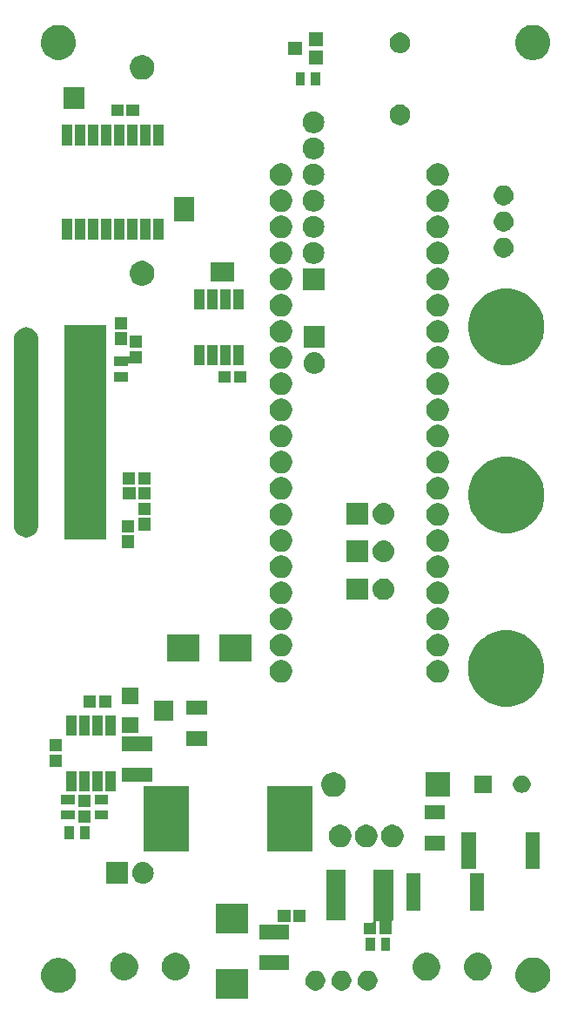
<source format=gts>
G04 #@! TF.GenerationSoftware,KiCad,Pcbnew,5.0.1*
G04 #@! TF.CreationDate,2019-02-07T01:14:43+00:00*
G04 #@! TF.ProjectId,nixie_control_board,6E697869655F636F6E74726F6C5F626F,rev?*
G04 #@! TF.SameCoordinates,Original*
G04 #@! TF.FileFunction,Soldermask,Top*
G04 #@! TF.FilePolarity,Negative*
%FSLAX46Y46*%
G04 Gerber Fmt 4.6, Leading zero omitted, Abs format (unit mm)*
G04 Created by KiCad (PCBNEW 5.0.1) date Do 07 Feb 2019 01:14:43 UTC*
%MOMM*%
%LPD*%
G01*
G04 APERTURE LIST*
%ADD10C,0.100000*%
G04 APERTURE END LIST*
D10*
G36*
X142120000Y-146140000D02*
X139020000Y-146140000D01*
X139020000Y-143190000D01*
X142120000Y-143190000D01*
X142120000Y-146140000D01*
X142120000Y-146140000D01*
G37*
G36*
X124116393Y-142173553D02*
X124225872Y-142195330D01*
X124535252Y-142323479D01*
X124813687Y-142509523D01*
X125050477Y-142746313D01*
X125236521Y-143024748D01*
X125364670Y-143334128D01*
X125364670Y-143334129D01*
X125430000Y-143662563D01*
X125430000Y-143997437D01*
X125417675Y-144059397D01*
X125364670Y-144325872D01*
X125236521Y-144635252D01*
X125050477Y-144913687D01*
X124813687Y-145150477D01*
X124535252Y-145336521D01*
X124225872Y-145464670D01*
X124116393Y-145486447D01*
X123897437Y-145530000D01*
X123562563Y-145530000D01*
X123343607Y-145486447D01*
X123234128Y-145464670D01*
X122924748Y-145336521D01*
X122646313Y-145150477D01*
X122409523Y-144913687D01*
X122223479Y-144635252D01*
X122095330Y-144325872D01*
X122042325Y-144059397D01*
X122030000Y-143997437D01*
X122030000Y-143662563D01*
X122095330Y-143334129D01*
X122095330Y-143334128D01*
X122223479Y-143024748D01*
X122409523Y-142746313D01*
X122646313Y-142509523D01*
X122924748Y-142323479D01*
X123234128Y-142195330D01*
X123343607Y-142173553D01*
X123562563Y-142130000D01*
X123897437Y-142130000D01*
X124116393Y-142173553D01*
X124116393Y-142173553D01*
G37*
G36*
X170238529Y-142130000D02*
X170365872Y-142155330D01*
X170675252Y-142283479D01*
X170953687Y-142469523D01*
X171190477Y-142706313D01*
X171376521Y-142984748D01*
X171504670Y-143294128D01*
X171504670Y-143294129D01*
X171570000Y-143622563D01*
X171570000Y-143957437D01*
X171555842Y-144028613D01*
X171504670Y-144285872D01*
X171376521Y-144595252D01*
X171190477Y-144873687D01*
X170953687Y-145110477D01*
X170675252Y-145296521D01*
X170365872Y-145424670D01*
X170256393Y-145446447D01*
X170037437Y-145490000D01*
X169702563Y-145490000D01*
X169483607Y-145446447D01*
X169374128Y-145424670D01*
X169064748Y-145296521D01*
X168786313Y-145110477D01*
X168549523Y-144873687D01*
X168363479Y-144595252D01*
X168235330Y-144285872D01*
X168184158Y-144028613D01*
X168170000Y-143957437D01*
X168170000Y-143622563D01*
X168235330Y-143294129D01*
X168235330Y-143294128D01*
X168363479Y-142984748D01*
X168549523Y-142706313D01*
X168786313Y-142469523D01*
X169064748Y-142283479D01*
X169374128Y-142155330D01*
X169501471Y-142130000D01*
X169702563Y-142090000D01*
X170037437Y-142090000D01*
X170238529Y-142130000D01*
X170238529Y-142130000D01*
G37*
G36*
X148980603Y-143414968D02*
X148980606Y-143414969D01*
X148980605Y-143414969D01*
X149155678Y-143487486D01*
X149155679Y-143487487D01*
X149313241Y-143592767D01*
X149447233Y-143726759D01*
X149447234Y-143726761D01*
X149552514Y-143884322D01*
X149599367Y-143997437D01*
X149625032Y-144059397D01*
X149662000Y-144245250D01*
X149662000Y-144434750D01*
X149625032Y-144620603D01*
X149625031Y-144620605D01*
X149552514Y-144795678D01*
X149552513Y-144795679D01*
X149447233Y-144953241D01*
X149313241Y-145087233D01*
X149278454Y-145110477D01*
X149155678Y-145192514D01*
X149020266Y-145248603D01*
X148980603Y-145265032D01*
X148794750Y-145302000D01*
X148605250Y-145302000D01*
X148419397Y-145265032D01*
X148379734Y-145248603D01*
X148244322Y-145192514D01*
X148121546Y-145110477D01*
X148086759Y-145087233D01*
X147952767Y-144953241D01*
X147847487Y-144795679D01*
X147847486Y-144795678D01*
X147774969Y-144620605D01*
X147774968Y-144620603D01*
X147738000Y-144434750D01*
X147738000Y-144245250D01*
X147774968Y-144059397D01*
X147800633Y-143997437D01*
X147847486Y-143884322D01*
X147952766Y-143726761D01*
X147952767Y-143726759D01*
X148086759Y-143592767D01*
X148244321Y-143487487D01*
X148244322Y-143487486D01*
X148419395Y-143414969D01*
X148419394Y-143414969D01*
X148419397Y-143414968D01*
X148605250Y-143378000D01*
X148794750Y-143378000D01*
X148980603Y-143414968D01*
X148980603Y-143414968D01*
G37*
G36*
X154060603Y-143414968D02*
X154060606Y-143414969D01*
X154060605Y-143414969D01*
X154235678Y-143487486D01*
X154235679Y-143487487D01*
X154393241Y-143592767D01*
X154527233Y-143726759D01*
X154527234Y-143726761D01*
X154632514Y-143884322D01*
X154679367Y-143997437D01*
X154705032Y-144059397D01*
X154742000Y-144245250D01*
X154742000Y-144434750D01*
X154705032Y-144620603D01*
X154705031Y-144620605D01*
X154632514Y-144795678D01*
X154632513Y-144795679D01*
X154527233Y-144953241D01*
X154393241Y-145087233D01*
X154358454Y-145110477D01*
X154235678Y-145192514D01*
X154100266Y-145248603D01*
X154060603Y-145265032D01*
X153874750Y-145302000D01*
X153685250Y-145302000D01*
X153499397Y-145265032D01*
X153459734Y-145248603D01*
X153324322Y-145192514D01*
X153201546Y-145110477D01*
X153166759Y-145087233D01*
X153032767Y-144953241D01*
X152927487Y-144795679D01*
X152927486Y-144795678D01*
X152854969Y-144620605D01*
X152854968Y-144620603D01*
X152818000Y-144434750D01*
X152818000Y-144245250D01*
X152854968Y-144059397D01*
X152880633Y-143997437D01*
X152927486Y-143884322D01*
X153032766Y-143726761D01*
X153032767Y-143726759D01*
X153166759Y-143592767D01*
X153324321Y-143487487D01*
X153324322Y-143487486D01*
X153499395Y-143414969D01*
X153499394Y-143414969D01*
X153499397Y-143414968D01*
X153685250Y-143378000D01*
X153874750Y-143378000D01*
X154060603Y-143414968D01*
X154060603Y-143414968D01*
G37*
G36*
X151520603Y-143414968D02*
X151520606Y-143414969D01*
X151520605Y-143414969D01*
X151695678Y-143487486D01*
X151695679Y-143487487D01*
X151853241Y-143592767D01*
X151987233Y-143726759D01*
X151987234Y-143726761D01*
X152092514Y-143884322D01*
X152139367Y-143997437D01*
X152165032Y-144059397D01*
X152202000Y-144245250D01*
X152202000Y-144434750D01*
X152165032Y-144620603D01*
X152165031Y-144620605D01*
X152092514Y-144795678D01*
X152092513Y-144795679D01*
X151987233Y-144953241D01*
X151853241Y-145087233D01*
X151818454Y-145110477D01*
X151695678Y-145192514D01*
X151560266Y-145248603D01*
X151520603Y-145265032D01*
X151334750Y-145302000D01*
X151145250Y-145302000D01*
X150959397Y-145265032D01*
X150919734Y-145248603D01*
X150784322Y-145192514D01*
X150661546Y-145110477D01*
X150626759Y-145087233D01*
X150492767Y-144953241D01*
X150387487Y-144795679D01*
X150387486Y-144795678D01*
X150314969Y-144620605D01*
X150314968Y-144620603D01*
X150278000Y-144434750D01*
X150278000Y-144245250D01*
X150314968Y-144059397D01*
X150340633Y-143997437D01*
X150387486Y-143884322D01*
X150492766Y-143726761D01*
X150492767Y-143726759D01*
X150626759Y-143592767D01*
X150784321Y-143487487D01*
X150784322Y-143487486D01*
X150959395Y-143414969D01*
X150959394Y-143414969D01*
X150959397Y-143414968D01*
X151145250Y-143378000D01*
X151334750Y-143378000D01*
X151520603Y-143414968D01*
X151520603Y-143414968D01*
G37*
G36*
X164903778Y-141691879D02*
X165149466Y-141793646D01*
X165370578Y-141941389D01*
X165558611Y-142129422D01*
X165706354Y-142350534D01*
X165808121Y-142596222D01*
X165860000Y-142857035D01*
X165860000Y-143122965D01*
X165808121Y-143383778D01*
X165706354Y-143629466D01*
X165558611Y-143850578D01*
X165370578Y-144038611D01*
X165149466Y-144186354D01*
X164903778Y-144288121D01*
X164642965Y-144340000D01*
X164377035Y-144340000D01*
X164116222Y-144288121D01*
X163870534Y-144186354D01*
X163649422Y-144038611D01*
X163461389Y-143850578D01*
X163313646Y-143629466D01*
X163211879Y-143383778D01*
X163160000Y-143122965D01*
X163160000Y-142857035D01*
X163211879Y-142596222D01*
X163313646Y-142350534D01*
X163461389Y-142129422D01*
X163649422Y-141941389D01*
X163870534Y-141793646D01*
X164116222Y-141691879D01*
X164377035Y-141640000D01*
X164642965Y-141640000D01*
X164903778Y-141691879D01*
X164903778Y-141691879D01*
G37*
G36*
X159903778Y-141691879D02*
X160149466Y-141793646D01*
X160370578Y-141941389D01*
X160558611Y-142129422D01*
X160706354Y-142350534D01*
X160808121Y-142596222D01*
X160860000Y-142857035D01*
X160860000Y-143122965D01*
X160808121Y-143383778D01*
X160706354Y-143629466D01*
X160558611Y-143850578D01*
X160370578Y-144038611D01*
X160149466Y-144186354D01*
X159903778Y-144288121D01*
X159642965Y-144340000D01*
X159377035Y-144340000D01*
X159116222Y-144288121D01*
X158870534Y-144186354D01*
X158649422Y-144038611D01*
X158461389Y-143850578D01*
X158313646Y-143629466D01*
X158211879Y-143383778D01*
X158160000Y-143122965D01*
X158160000Y-142857035D01*
X158211879Y-142596222D01*
X158313646Y-142350534D01*
X158461389Y-142129422D01*
X158649422Y-141941389D01*
X158870534Y-141793646D01*
X159116222Y-141691879D01*
X159377035Y-141640000D01*
X159642965Y-141640000D01*
X159903778Y-141691879D01*
X159903778Y-141691879D01*
G37*
G36*
X135503778Y-141681879D02*
X135749466Y-141783646D01*
X135970578Y-141931389D01*
X136158611Y-142119422D01*
X136306354Y-142340534D01*
X136408121Y-142586222D01*
X136460000Y-142847035D01*
X136460000Y-143112965D01*
X136408121Y-143373778D01*
X136306354Y-143619466D01*
X136158611Y-143840578D01*
X135970578Y-144028611D01*
X135749466Y-144176354D01*
X135503778Y-144278121D01*
X135242965Y-144330000D01*
X134977035Y-144330000D01*
X134716222Y-144278121D01*
X134470534Y-144176354D01*
X134249422Y-144028611D01*
X134061389Y-143840578D01*
X133913646Y-143619466D01*
X133811879Y-143373778D01*
X133760000Y-143112965D01*
X133760000Y-142847035D01*
X133811879Y-142586222D01*
X133913646Y-142340534D01*
X134061389Y-142119422D01*
X134249422Y-141931389D01*
X134470534Y-141783646D01*
X134716222Y-141681879D01*
X134977035Y-141630000D01*
X135242965Y-141630000D01*
X135503778Y-141681879D01*
X135503778Y-141681879D01*
G37*
G36*
X130503778Y-141681879D02*
X130749466Y-141783646D01*
X130970578Y-141931389D01*
X131158611Y-142119422D01*
X131306354Y-142340534D01*
X131408121Y-142586222D01*
X131460000Y-142847035D01*
X131460000Y-143112965D01*
X131408121Y-143373778D01*
X131306354Y-143619466D01*
X131158611Y-143840578D01*
X130970578Y-144028611D01*
X130749466Y-144176354D01*
X130503778Y-144278121D01*
X130242965Y-144330000D01*
X129977035Y-144330000D01*
X129716222Y-144278121D01*
X129470534Y-144176354D01*
X129249422Y-144028611D01*
X129061389Y-143840578D01*
X128913646Y-143619466D01*
X128811879Y-143373778D01*
X128760000Y-143112965D01*
X128760000Y-142847035D01*
X128811879Y-142586222D01*
X128913646Y-142340534D01*
X129061389Y-142119422D01*
X129249422Y-141931389D01*
X129470534Y-141783646D01*
X129716222Y-141681879D01*
X129977035Y-141630000D01*
X130242965Y-141630000D01*
X130503778Y-141681879D01*
X130503778Y-141681879D01*
G37*
G36*
X146140000Y-143310000D02*
X143240000Y-143310000D01*
X143240000Y-141910000D01*
X146140000Y-141910000D01*
X146140000Y-143310000D01*
X146140000Y-143310000D01*
G37*
G36*
X155980000Y-141440000D02*
X155080000Y-141440000D01*
X155080000Y-140140000D01*
X155980000Y-140140000D01*
X155980000Y-141440000D01*
X155980000Y-141440000D01*
G37*
G36*
X154480000Y-141440000D02*
X153580000Y-141440000D01*
X153580000Y-140140000D01*
X154480000Y-140140000D01*
X154480000Y-141440000D01*
X154480000Y-141440000D01*
G37*
G36*
X146140000Y-140310000D02*
X143240000Y-140310000D01*
X143240000Y-138910000D01*
X146140000Y-138910000D01*
X146140000Y-140310000D01*
X146140000Y-140310000D01*
G37*
G36*
X156262000Y-138524000D02*
X156235000Y-138524000D01*
X156210614Y-138526402D01*
X156187165Y-138533515D01*
X156165554Y-138545066D01*
X156146612Y-138560612D01*
X156131066Y-138579554D01*
X156119515Y-138601165D01*
X156112402Y-138624614D01*
X156110000Y-138649000D01*
X156110000Y-139865000D01*
X154910000Y-139865000D01*
X154910000Y-138649000D01*
X154907598Y-138624614D01*
X154900485Y-138601165D01*
X154888934Y-138579554D01*
X154873388Y-138560612D01*
X154854446Y-138545066D01*
X154832835Y-138533515D01*
X154809386Y-138526402D01*
X154785000Y-138524000D01*
X154735000Y-138524000D01*
X154710614Y-138526402D01*
X154687165Y-138533515D01*
X154665554Y-138545066D01*
X154646612Y-138560612D01*
X154631066Y-138579554D01*
X154619515Y-138601165D01*
X154612402Y-138624614D01*
X154610000Y-138649000D01*
X154610000Y-139865000D01*
X153410000Y-139865000D01*
X153410000Y-138715000D01*
X154213000Y-138715000D01*
X154237386Y-138712598D01*
X154260835Y-138705485D01*
X154282446Y-138693934D01*
X154301388Y-138678388D01*
X154316934Y-138659446D01*
X154328485Y-138637835D01*
X154335598Y-138614386D01*
X154338000Y-138590000D01*
X154338000Y-133554000D01*
X156262000Y-133554000D01*
X156262000Y-138524000D01*
X156262000Y-138524000D01*
G37*
G36*
X142120000Y-139790000D02*
X139020000Y-139790000D01*
X139020000Y-136840000D01*
X142120000Y-136840000D01*
X142120000Y-139790000D01*
X142120000Y-139790000D01*
G37*
G36*
X147760000Y-138635000D02*
X146560000Y-138635000D01*
X146560000Y-137485000D01*
X147760000Y-137485000D01*
X147760000Y-138635000D01*
X147760000Y-138635000D01*
G37*
G36*
X146260000Y-138635000D02*
X145060000Y-138635000D01*
X145060000Y-137485000D01*
X146260000Y-137485000D01*
X146260000Y-138635000D01*
X146260000Y-138635000D01*
G37*
G36*
X151662000Y-138524000D02*
X149738000Y-138524000D01*
X149738000Y-133554000D01*
X151662000Y-133554000D01*
X151662000Y-138524000D01*
X151662000Y-138524000D01*
G37*
G36*
X158930000Y-137550000D02*
X157530000Y-137550000D01*
X157530000Y-133950000D01*
X158930000Y-133950000D01*
X158930000Y-137550000D01*
X158930000Y-137550000D01*
G37*
G36*
X165130000Y-137550000D02*
X163730000Y-137550000D01*
X163730000Y-133950000D01*
X165130000Y-133950000D01*
X165130000Y-137550000D01*
X165130000Y-137550000D01*
G37*
G36*
X132048707Y-132827597D02*
X132125836Y-132835193D01*
X132257787Y-132875220D01*
X132323763Y-132895233D01*
X132506172Y-132992733D01*
X132666054Y-133123946D01*
X132797267Y-133283828D01*
X132894767Y-133466237D01*
X132914780Y-133532213D01*
X132954807Y-133664164D01*
X132975080Y-133870000D01*
X132954807Y-134075836D01*
X132914780Y-134207787D01*
X132894767Y-134273763D01*
X132797267Y-134456172D01*
X132666054Y-134616054D01*
X132506172Y-134747267D01*
X132323763Y-134844767D01*
X132257787Y-134864780D01*
X132125836Y-134904807D01*
X132048707Y-134912403D01*
X131971580Y-134920000D01*
X131868420Y-134920000D01*
X131791293Y-134912403D01*
X131714164Y-134904807D01*
X131582213Y-134864780D01*
X131516237Y-134844767D01*
X131333828Y-134747267D01*
X131173946Y-134616054D01*
X131042733Y-134456172D01*
X130945233Y-134273763D01*
X130925220Y-134207787D01*
X130885193Y-134075836D01*
X130864920Y-133870000D01*
X130885193Y-133664164D01*
X130925220Y-133532213D01*
X130945233Y-133466237D01*
X131042733Y-133283828D01*
X131173946Y-133123946D01*
X131333828Y-132992733D01*
X131516237Y-132895233D01*
X131582213Y-132875220D01*
X131714164Y-132835193D01*
X131791293Y-132827597D01*
X131868420Y-132820000D01*
X131971580Y-132820000D01*
X132048707Y-132827597D01*
X132048707Y-132827597D01*
G37*
G36*
X130430000Y-134920000D02*
X128330000Y-134920000D01*
X128330000Y-132820000D01*
X130430000Y-132820000D01*
X130430000Y-134920000D01*
X130430000Y-134920000D01*
G37*
G36*
X170530000Y-133520000D02*
X169130000Y-133520000D01*
X169130000Y-129920000D01*
X170530000Y-129920000D01*
X170530000Y-133520000D01*
X170530000Y-133520000D01*
G37*
G36*
X164330000Y-133520000D02*
X162930000Y-133520000D01*
X162930000Y-129920000D01*
X164330000Y-129920000D01*
X164330000Y-133520000D01*
X164330000Y-133520000D01*
G37*
G36*
X148392000Y-131828000D02*
X143992000Y-131828000D01*
X143992000Y-125428000D01*
X148392000Y-125428000D01*
X148392000Y-131828000D01*
X148392000Y-131828000D01*
G37*
G36*
X136392000Y-131828000D02*
X131992000Y-131828000D01*
X131992000Y-125428000D01*
X136392000Y-125428000D01*
X136392000Y-131828000D01*
X136392000Y-131828000D01*
G37*
G36*
X161300000Y-131680000D02*
X159300000Y-131680000D01*
X159300000Y-130280000D01*
X161300000Y-130280000D01*
X161300000Y-131680000D01*
X161300000Y-131680000D01*
G37*
G36*
X156500857Y-129232272D02*
X156701042Y-129315191D01*
X156881213Y-129435578D01*
X157034422Y-129588787D01*
X157154809Y-129768958D01*
X157237728Y-129969143D01*
X157280000Y-130181658D01*
X157280000Y-130398342D01*
X157237728Y-130610857D01*
X157154809Y-130811042D01*
X157034422Y-130991213D01*
X156881213Y-131144422D01*
X156701042Y-131264809D01*
X156500857Y-131347728D01*
X156288342Y-131390000D01*
X156071658Y-131390000D01*
X155859143Y-131347728D01*
X155658958Y-131264809D01*
X155478787Y-131144422D01*
X155325578Y-130991213D01*
X155205191Y-130811042D01*
X155122272Y-130610857D01*
X155080000Y-130398342D01*
X155080000Y-130181658D01*
X155122272Y-129969143D01*
X155205191Y-129768958D01*
X155325578Y-129588787D01*
X155478787Y-129435578D01*
X155658958Y-129315191D01*
X155859143Y-129232272D01*
X156071658Y-129190000D01*
X156288342Y-129190000D01*
X156500857Y-129232272D01*
X156500857Y-129232272D01*
G37*
G36*
X153960857Y-129232272D02*
X154161042Y-129315191D01*
X154341213Y-129435578D01*
X154494422Y-129588787D01*
X154614809Y-129768958D01*
X154697728Y-129969143D01*
X154740000Y-130181658D01*
X154740000Y-130398342D01*
X154697728Y-130610857D01*
X154614809Y-130811042D01*
X154494422Y-130991213D01*
X154341213Y-131144422D01*
X154161042Y-131264809D01*
X153960857Y-131347728D01*
X153748342Y-131390000D01*
X153531658Y-131390000D01*
X153319143Y-131347728D01*
X153118958Y-131264809D01*
X152938787Y-131144422D01*
X152785578Y-130991213D01*
X152665191Y-130811042D01*
X152582272Y-130610857D01*
X152540000Y-130398342D01*
X152540000Y-130181658D01*
X152582272Y-129969143D01*
X152665191Y-129768958D01*
X152785578Y-129588787D01*
X152938787Y-129435578D01*
X153118958Y-129315191D01*
X153319143Y-129232272D01*
X153531658Y-129190000D01*
X153748342Y-129190000D01*
X153960857Y-129232272D01*
X153960857Y-129232272D01*
G37*
G36*
X151420857Y-129232272D02*
X151621042Y-129315191D01*
X151801213Y-129435578D01*
X151954422Y-129588787D01*
X152074809Y-129768958D01*
X152157728Y-129969143D01*
X152200000Y-130181658D01*
X152200000Y-130398342D01*
X152157728Y-130610857D01*
X152074809Y-130811042D01*
X151954422Y-130991213D01*
X151801213Y-131144422D01*
X151621042Y-131264809D01*
X151420857Y-131347728D01*
X151208342Y-131390000D01*
X150991658Y-131390000D01*
X150779143Y-131347728D01*
X150578958Y-131264809D01*
X150398787Y-131144422D01*
X150245578Y-130991213D01*
X150125191Y-130811042D01*
X150042272Y-130610857D01*
X150000000Y-130398342D01*
X150000000Y-130181658D01*
X150042272Y-129969143D01*
X150125191Y-129768958D01*
X150245578Y-129588787D01*
X150398787Y-129435578D01*
X150578958Y-129315191D01*
X150779143Y-129232272D01*
X150991658Y-129190000D01*
X151208342Y-129190000D01*
X151420857Y-129232272D01*
X151420857Y-129232272D01*
G37*
G36*
X126720000Y-130630000D02*
X125820000Y-130630000D01*
X125820000Y-129330000D01*
X126720000Y-129330000D01*
X126720000Y-130630000D01*
X126720000Y-130630000D01*
G37*
G36*
X125220000Y-130630000D02*
X124320000Y-130630000D01*
X124320000Y-129330000D01*
X125220000Y-129330000D01*
X125220000Y-130630000D01*
X125220000Y-130630000D01*
G37*
G36*
X126825000Y-128990000D02*
X125675000Y-128990000D01*
X125675000Y-127790000D01*
X126825000Y-127790000D01*
X126825000Y-128990000D01*
X126825000Y-128990000D01*
G37*
G36*
X125270000Y-128700000D02*
X123970000Y-128700000D01*
X123970000Y-127800000D01*
X125270000Y-127800000D01*
X125270000Y-128700000D01*
X125270000Y-128700000D01*
G37*
G36*
X128550000Y-128700000D02*
X127250000Y-128700000D01*
X127250000Y-127800000D01*
X128550000Y-127800000D01*
X128550000Y-128700000D01*
X128550000Y-128700000D01*
G37*
G36*
X161300000Y-128680000D02*
X159300000Y-128680000D01*
X159300000Y-127280000D01*
X161300000Y-127280000D01*
X161300000Y-128680000D01*
X161300000Y-128680000D01*
G37*
G36*
X126825000Y-127490000D02*
X125675000Y-127490000D01*
X125675000Y-126290000D01*
X126825000Y-126290000D01*
X126825000Y-127490000D01*
X126825000Y-127490000D01*
G37*
G36*
X125270000Y-127200000D02*
X123970000Y-127200000D01*
X123970000Y-126300000D01*
X125270000Y-126300000D01*
X125270000Y-127200000D01*
X125270000Y-127200000D01*
G37*
G36*
X128550000Y-127200000D02*
X127250000Y-127200000D01*
X127250000Y-126300000D01*
X128550000Y-126300000D01*
X128550000Y-127200000D01*
X128550000Y-127200000D01*
G37*
G36*
X161819490Y-126489490D02*
X159420510Y-126489490D01*
X159420510Y-124090510D01*
X161819490Y-124090510D01*
X161819490Y-126489490D01*
X161819490Y-126489490D01*
G37*
G36*
X150809876Y-124136605D02*
X151028172Y-124227026D01*
X151224633Y-124358297D01*
X151391703Y-124525367D01*
X151522974Y-124721828D01*
X151613395Y-124940124D01*
X151659490Y-125171859D01*
X151659490Y-125408141D01*
X151613395Y-125639876D01*
X151522974Y-125858172D01*
X151391703Y-126054633D01*
X151224633Y-126221703D01*
X151028172Y-126352974D01*
X150809876Y-126443395D01*
X150578141Y-126489490D01*
X150341859Y-126489490D01*
X150110124Y-126443395D01*
X149891828Y-126352974D01*
X149695367Y-126221703D01*
X149528297Y-126054633D01*
X149397026Y-125858172D01*
X149306605Y-125639876D01*
X149260510Y-125408141D01*
X149260510Y-125171859D01*
X149306605Y-124940124D01*
X149397026Y-124721828D01*
X149528297Y-124525367D01*
X149695367Y-124358297D01*
X149891828Y-124227026D01*
X150110124Y-124136605D01*
X150341859Y-124090510D01*
X150578141Y-124090510D01*
X150809876Y-124136605D01*
X150809876Y-124136605D01*
G37*
G36*
X169027934Y-124442664D02*
X169182627Y-124506740D01*
X169321847Y-124599764D01*
X169440236Y-124718153D01*
X169533260Y-124857373D01*
X169597336Y-125012066D01*
X169630000Y-125176281D01*
X169630000Y-125343719D01*
X169597336Y-125507934D01*
X169533260Y-125662627D01*
X169440236Y-125801847D01*
X169321847Y-125920236D01*
X169182627Y-126013260D01*
X169027934Y-126077336D01*
X168863719Y-126110000D01*
X168696281Y-126110000D01*
X168532066Y-126077336D01*
X168377373Y-126013260D01*
X168238153Y-125920236D01*
X168119764Y-125801847D01*
X168026740Y-125662627D01*
X167962664Y-125507934D01*
X167930000Y-125343719D01*
X167930000Y-125176281D01*
X167962664Y-125012066D01*
X168026740Y-124857373D01*
X168119764Y-124718153D01*
X168238153Y-124599764D01*
X168377373Y-124506740D01*
X168532066Y-124442664D01*
X168696281Y-124410000D01*
X168863719Y-124410000D01*
X169027934Y-124442664D01*
X169027934Y-124442664D01*
G37*
G36*
X165830000Y-126110000D02*
X164130000Y-126110000D01*
X164130000Y-124410000D01*
X165830000Y-124410000D01*
X165830000Y-126110000D01*
X165830000Y-126110000D01*
G37*
G36*
X129262180Y-125922180D02*
X128262740Y-125922180D01*
X128262740Y-123972780D01*
X129262180Y-123972780D01*
X129262180Y-125922180D01*
X129262180Y-125922180D01*
G37*
G36*
X126727260Y-125922180D02*
X125727820Y-125922180D01*
X125727820Y-123972780D01*
X126727260Y-123972780D01*
X126727260Y-125922180D01*
X126727260Y-125922180D01*
G37*
G36*
X127992180Y-125922180D02*
X126992740Y-125922180D01*
X126992740Y-123972780D01*
X127992180Y-123972780D01*
X127992180Y-125922180D01*
X127992180Y-125922180D01*
G37*
G36*
X125457260Y-125922180D02*
X124457820Y-125922180D01*
X124457820Y-123972780D01*
X125457260Y-123972780D01*
X125457260Y-125922180D01*
X125457260Y-125922180D01*
G37*
G36*
X132810000Y-125060000D02*
X129910000Y-125060000D01*
X129910000Y-123660000D01*
X132810000Y-123660000D01*
X132810000Y-125060000D01*
X132810000Y-125060000D01*
G37*
G36*
X124035000Y-123560000D02*
X122885000Y-123560000D01*
X122885000Y-122360000D01*
X124035000Y-122360000D01*
X124035000Y-123560000D01*
X124035000Y-123560000D01*
G37*
G36*
X124035000Y-122060000D02*
X122885000Y-122060000D01*
X122885000Y-120860000D01*
X124035000Y-120860000D01*
X124035000Y-122060000D01*
X124035000Y-122060000D01*
G37*
G36*
X132810000Y-122060000D02*
X129910000Y-122060000D01*
X129910000Y-120660000D01*
X132810000Y-120660000D01*
X132810000Y-122060000D01*
X132810000Y-122060000D01*
G37*
G36*
X138180000Y-121510000D02*
X136180000Y-121510000D01*
X136180000Y-120110000D01*
X138180000Y-120110000D01*
X138180000Y-121510000D01*
X138180000Y-121510000D01*
G37*
G36*
X129262180Y-120527220D02*
X128262740Y-120527220D01*
X128262740Y-118577820D01*
X129262180Y-118577820D01*
X129262180Y-120527220D01*
X129262180Y-120527220D01*
G37*
G36*
X127992180Y-120527220D02*
X126992740Y-120527220D01*
X126992740Y-118577820D01*
X127992180Y-118577820D01*
X127992180Y-120527220D01*
X127992180Y-120527220D01*
G37*
G36*
X125457260Y-120527220D02*
X124457820Y-120527220D01*
X124457820Y-118577820D01*
X125457260Y-118577820D01*
X125457260Y-120527220D01*
X125457260Y-120527220D01*
G37*
G36*
X126727260Y-120527220D02*
X125727820Y-120527220D01*
X125727820Y-118577820D01*
X126727260Y-118577820D01*
X126727260Y-120527220D01*
X126727260Y-120527220D01*
G37*
G36*
X131490000Y-120320000D02*
X129890000Y-120320000D01*
X129890000Y-118720000D01*
X131490000Y-118720000D01*
X131490000Y-120320000D01*
X131490000Y-120320000D01*
G37*
G36*
X134880000Y-119120000D02*
X132980000Y-119120000D01*
X132980000Y-117120000D01*
X134880000Y-117120000D01*
X134880000Y-119120000D01*
X134880000Y-119120000D01*
G37*
G36*
X138180000Y-118510000D02*
X136180000Y-118510000D01*
X136180000Y-117110000D01*
X138180000Y-117110000D01*
X138180000Y-118510000D01*
X138180000Y-118510000D01*
G37*
G36*
X127360000Y-117785000D02*
X126160000Y-117785000D01*
X126160000Y-116635000D01*
X127360000Y-116635000D01*
X127360000Y-117785000D01*
X127360000Y-117785000D01*
G37*
G36*
X128860000Y-117785000D02*
X127660000Y-117785000D01*
X127660000Y-116635000D01*
X128860000Y-116635000D01*
X128860000Y-117785000D01*
X128860000Y-117785000D01*
G37*
G36*
X168329249Y-110472188D02*
X168723693Y-110635572D01*
X169002607Y-110751102D01*
X169433158Y-111038787D01*
X169608616Y-111156024D01*
X170123976Y-111671384D01*
X170123978Y-111671387D01*
X170528898Y-112277393D01*
X170596754Y-112441213D01*
X170807812Y-112950751D01*
X170950000Y-113665580D01*
X170950000Y-114394420D01*
X170807812Y-115109249D01*
X170747519Y-115254809D01*
X170528898Y-115782607D01*
X170126705Y-116384531D01*
X170123976Y-116388616D01*
X169608616Y-116903976D01*
X169608613Y-116903978D01*
X169002607Y-117308898D01*
X168723693Y-117424428D01*
X168329249Y-117587812D01*
X167614420Y-117730000D01*
X166885580Y-117730000D01*
X166170751Y-117587812D01*
X165776307Y-117424428D01*
X165497393Y-117308898D01*
X164891387Y-116903978D01*
X164891384Y-116903976D01*
X164376024Y-116388616D01*
X164373295Y-116384531D01*
X163971102Y-115782607D01*
X163752481Y-115254809D01*
X163692188Y-115109249D01*
X163550000Y-114394420D01*
X163550000Y-113665580D01*
X163692188Y-112950751D01*
X163903246Y-112441213D01*
X163971102Y-112277393D01*
X164376022Y-111671387D01*
X164376024Y-111671384D01*
X164891384Y-111156024D01*
X165066842Y-111038787D01*
X165497393Y-110751102D01*
X165776307Y-110635572D01*
X166170751Y-110472188D01*
X166885580Y-110330000D01*
X167614420Y-110330000D01*
X168329249Y-110472188D01*
X168329249Y-110472188D01*
G37*
G36*
X131490000Y-117520000D02*
X129890000Y-117520000D01*
X129890000Y-115920000D01*
X131490000Y-115920000D01*
X131490000Y-117520000D01*
X131490000Y-117520000D01*
G37*
G36*
X145680857Y-113222272D02*
X145881042Y-113305191D01*
X146061213Y-113425578D01*
X146214422Y-113578787D01*
X146334809Y-113758958D01*
X146417728Y-113959143D01*
X146460000Y-114171658D01*
X146460000Y-114388342D01*
X146417728Y-114600857D01*
X146334809Y-114801042D01*
X146214422Y-114981213D01*
X146061213Y-115134422D01*
X145881042Y-115254809D01*
X145680857Y-115337728D01*
X145468342Y-115380000D01*
X145251658Y-115380000D01*
X145039143Y-115337728D01*
X144838958Y-115254809D01*
X144658787Y-115134422D01*
X144505578Y-114981213D01*
X144385191Y-114801042D01*
X144302272Y-114600857D01*
X144260000Y-114388342D01*
X144260000Y-114171658D01*
X144302272Y-113959143D01*
X144385191Y-113758958D01*
X144505578Y-113578787D01*
X144658787Y-113425578D01*
X144838958Y-113305191D01*
X145039143Y-113222272D01*
X145251658Y-113180000D01*
X145468342Y-113180000D01*
X145680857Y-113222272D01*
X145680857Y-113222272D01*
G37*
G36*
X160920857Y-113222272D02*
X161121042Y-113305191D01*
X161301213Y-113425578D01*
X161454422Y-113578787D01*
X161574809Y-113758958D01*
X161657728Y-113959143D01*
X161700000Y-114171658D01*
X161700000Y-114388342D01*
X161657728Y-114600857D01*
X161574809Y-114801042D01*
X161454422Y-114981213D01*
X161301213Y-115134422D01*
X161121042Y-115254809D01*
X160920857Y-115337728D01*
X160708342Y-115380000D01*
X160491658Y-115380000D01*
X160279143Y-115337728D01*
X160078958Y-115254809D01*
X159898787Y-115134422D01*
X159745578Y-114981213D01*
X159625191Y-114801042D01*
X159542272Y-114600857D01*
X159500000Y-114388342D01*
X159500000Y-114171658D01*
X159542272Y-113959143D01*
X159625191Y-113758958D01*
X159745578Y-113578787D01*
X159898787Y-113425578D01*
X160078958Y-113305191D01*
X160279143Y-113222272D01*
X160491658Y-113180000D01*
X160708342Y-113180000D01*
X160920857Y-113222272D01*
X160920857Y-113222272D01*
G37*
G36*
X137400000Y-113350000D02*
X134300000Y-113350000D01*
X134300000Y-110750000D01*
X137400000Y-110750000D01*
X137400000Y-113350000D01*
X137400000Y-113350000D01*
G37*
G36*
X142500000Y-113350000D02*
X139400000Y-113350000D01*
X139400000Y-110750000D01*
X142500000Y-110750000D01*
X142500000Y-113350000D01*
X142500000Y-113350000D01*
G37*
G36*
X160920857Y-110682272D02*
X161121042Y-110765191D01*
X161301213Y-110885578D01*
X161454422Y-111038787D01*
X161574809Y-111218958D01*
X161657728Y-111419143D01*
X161700000Y-111631658D01*
X161700000Y-111848342D01*
X161657728Y-112060857D01*
X161574809Y-112261042D01*
X161454422Y-112441213D01*
X161301213Y-112594422D01*
X161121042Y-112714809D01*
X160920857Y-112797728D01*
X160708342Y-112840000D01*
X160491658Y-112840000D01*
X160279143Y-112797728D01*
X160078958Y-112714809D01*
X159898787Y-112594422D01*
X159745578Y-112441213D01*
X159625191Y-112261042D01*
X159542272Y-112060857D01*
X159500000Y-111848342D01*
X159500000Y-111631658D01*
X159542272Y-111419143D01*
X159625191Y-111218958D01*
X159745578Y-111038787D01*
X159898787Y-110885578D01*
X160078958Y-110765191D01*
X160279143Y-110682272D01*
X160491658Y-110640000D01*
X160708342Y-110640000D01*
X160920857Y-110682272D01*
X160920857Y-110682272D01*
G37*
G36*
X145680857Y-110682272D02*
X145881042Y-110765191D01*
X146061213Y-110885578D01*
X146214422Y-111038787D01*
X146334809Y-111218958D01*
X146417728Y-111419143D01*
X146460000Y-111631658D01*
X146460000Y-111848342D01*
X146417728Y-112060857D01*
X146334809Y-112261042D01*
X146214422Y-112441213D01*
X146061213Y-112594422D01*
X145881042Y-112714809D01*
X145680857Y-112797728D01*
X145468342Y-112840000D01*
X145251658Y-112840000D01*
X145039143Y-112797728D01*
X144838958Y-112714809D01*
X144658787Y-112594422D01*
X144505578Y-112441213D01*
X144385191Y-112261042D01*
X144302272Y-112060857D01*
X144260000Y-111848342D01*
X144260000Y-111631658D01*
X144302272Y-111419143D01*
X144385191Y-111218958D01*
X144505578Y-111038787D01*
X144658787Y-110885578D01*
X144838958Y-110765191D01*
X145039143Y-110682272D01*
X145251658Y-110640000D01*
X145468342Y-110640000D01*
X145680857Y-110682272D01*
X145680857Y-110682272D01*
G37*
G36*
X145680857Y-108142272D02*
X145881042Y-108225191D01*
X146061213Y-108345578D01*
X146214422Y-108498787D01*
X146334809Y-108678958D01*
X146417728Y-108879143D01*
X146460000Y-109091658D01*
X146460000Y-109308342D01*
X146417728Y-109520857D01*
X146334809Y-109721042D01*
X146214422Y-109901213D01*
X146061213Y-110054422D01*
X145881042Y-110174809D01*
X145680857Y-110257728D01*
X145468342Y-110300000D01*
X145251658Y-110300000D01*
X145039143Y-110257728D01*
X144838958Y-110174809D01*
X144658787Y-110054422D01*
X144505578Y-109901213D01*
X144385191Y-109721042D01*
X144302272Y-109520857D01*
X144260000Y-109308342D01*
X144260000Y-109091658D01*
X144302272Y-108879143D01*
X144385191Y-108678958D01*
X144505578Y-108498787D01*
X144658787Y-108345578D01*
X144838958Y-108225191D01*
X145039143Y-108142272D01*
X145251658Y-108100000D01*
X145468342Y-108100000D01*
X145680857Y-108142272D01*
X145680857Y-108142272D01*
G37*
G36*
X160920857Y-108142272D02*
X161121042Y-108225191D01*
X161301213Y-108345578D01*
X161454422Y-108498787D01*
X161574809Y-108678958D01*
X161657728Y-108879143D01*
X161700000Y-109091658D01*
X161700000Y-109308342D01*
X161657728Y-109520857D01*
X161574809Y-109721042D01*
X161454422Y-109901213D01*
X161301213Y-110054422D01*
X161121042Y-110174809D01*
X160920857Y-110257728D01*
X160708342Y-110300000D01*
X160491658Y-110300000D01*
X160279143Y-110257728D01*
X160078958Y-110174809D01*
X159898787Y-110054422D01*
X159745578Y-109901213D01*
X159625191Y-109721042D01*
X159542272Y-109520857D01*
X159500000Y-109308342D01*
X159500000Y-109091658D01*
X159542272Y-108879143D01*
X159625191Y-108678958D01*
X159745578Y-108498787D01*
X159898787Y-108345578D01*
X160078958Y-108225191D01*
X160279143Y-108142272D01*
X160491658Y-108100000D01*
X160708342Y-108100000D01*
X160920857Y-108142272D01*
X160920857Y-108142272D01*
G37*
G36*
X160920857Y-105602272D02*
X161121042Y-105685191D01*
X161301213Y-105805578D01*
X161454422Y-105958787D01*
X161574809Y-106138958D01*
X161657728Y-106339143D01*
X161700000Y-106551658D01*
X161700000Y-106768342D01*
X161657728Y-106980857D01*
X161574809Y-107181042D01*
X161454422Y-107361213D01*
X161301213Y-107514422D01*
X161121042Y-107634809D01*
X160920857Y-107717728D01*
X160708342Y-107760000D01*
X160491658Y-107760000D01*
X160279143Y-107717728D01*
X160078958Y-107634809D01*
X159898787Y-107514422D01*
X159745578Y-107361213D01*
X159625191Y-107181042D01*
X159542272Y-106980857D01*
X159500000Y-106768342D01*
X159500000Y-106551658D01*
X159542272Y-106339143D01*
X159625191Y-106138958D01*
X159745578Y-105958787D01*
X159898787Y-105805578D01*
X160078958Y-105685191D01*
X160279143Y-105602272D01*
X160491658Y-105560000D01*
X160708342Y-105560000D01*
X160920857Y-105602272D01*
X160920857Y-105602272D01*
G37*
G36*
X145680857Y-105602272D02*
X145881042Y-105685191D01*
X146061213Y-105805578D01*
X146214422Y-105958787D01*
X146334809Y-106138958D01*
X146417728Y-106339143D01*
X146460000Y-106551658D01*
X146460000Y-106768342D01*
X146417728Y-106980857D01*
X146334809Y-107181042D01*
X146214422Y-107361213D01*
X146061213Y-107514422D01*
X145881042Y-107634809D01*
X145680857Y-107717728D01*
X145468342Y-107760000D01*
X145251658Y-107760000D01*
X145039143Y-107717728D01*
X144838958Y-107634809D01*
X144658787Y-107514422D01*
X144505578Y-107361213D01*
X144385191Y-107181042D01*
X144302272Y-106980857D01*
X144260000Y-106768342D01*
X144260000Y-106551658D01*
X144302272Y-106339143D01*
X144385191Y-106138958D01*
X144505578Y-105958787D01*
X144658787Y-105805578D01*
X144838958Y-105685191D01*
X145039143Y-105602272D01*
X145251658Y-105560000D01*
X145468342Y-105560000D01*
X145680857Y-105602272D01*
X145680857Y-105602272D01*
G37*
G36*
X153840000Y-107360000D02*
X151740000Y-107360000D01*
X151740000Y-105260000D01*
X153840000Y-105260000D01*
X153840000Y-107360000D01*
X153840000Y-107360000D01*
G37*
G36*
X155458707Y-105267597D02*
X155535836Y-105275193D01*
X155667787Y-105315220D01*
X155733763Y-105335233D01*
X155916172Y-105432733D01*
X156076054Y-105563946D01*
X156207267Y-105723828D01*
X156304767Y-105906237D01*
X156304767Y-105906238D01*
X156364807Y-106104164D01*
X156385080Y-106310000D01*
X156364807Y-106515836D01*
X156353940Y-106551659D01*
X156304767Y-106713763D01*
X156207267Y-106896172D01*
X156076054Y-107056054D01*
X155916172Y-107187267D01*
X155733763Y-107284767D01*
X155667787Y-107304780D01*
X155535836Y-107344807D01*
X155458707Y-107352403D01*
X155381580Y-107360000D01*
X155278420Y-107360000D01*
X155201293Y-107352403D01*
X155124164Y-107344807D01*
X154992213Y-107304780D01*
X154926237Y-107284767D01*
X154743828Y-107187267D01*
X154583946Y-107056054D01*
X154452733Y-106896172D01*
X154355233Y-106713763D01*
X154306060Y-106551659D01*
X154295193Y-106515836D01*
X154274920Y-106310000D01*
X154295193Y-106104164D01*
X154355233Y-105906238D01*
X154355233Y-105906237D01*
X154452733Y-105723828D01*
X154583946Y-105563946D01*
X154743828Y-105432733D01*
X154926237Y-105335233D01*
X154992213Y-105315220D01*
X155124164Y-105275193D01*
X155201293Y-105267597D01*
X155278420Y-105260000D01*
X155381580Y-105260000D01*
X155458707Y-105267597D01*
X155458707Y-105267597D01*
G37*
G36*
X160920857Y-103062272D02*
X161121042Y-103145191D01*
X161301213Y-103265578D01*
X161454422Y-103418787D01*
X161574809Y-103598958D01*
X161657728Y-103799143D01*
X161700000Y-104011658D01*
X161700000Y-104228342D01*
X161657728Y-104440857D01*
X161574809Y-104641042D01*
X161454422Y-104821213D01*
X161301213Y-104974422D01*
X161121042Y-105094809D01*
X160920857Y-105177728D01*
X160708342Y-105220000D01*
X160491658Y-105220000D01*
X160279143Y-105177728D01*
X160078958Y-105094809D01*
X159898787Y-104974422D01*
X159745578Y-104821213D01*
X159625191Y-104641042D01*
X159542272Y-104440857D01*
X159500000Y-104228342D01*
X159500000Y-104011658D01*
X159542272Y-103799143D01*
X159625191Y-103598958D01*
X159745578Y-103418787D01*
X159898787Y-103265578D01*
X160078958Y-103145191D01*
X160279143Y-103062272D01*
X160491658Y-103020000D01*
X160708342Y-103020000D01*
X160920857Y-103062272D01*
X160920857Y-103062272D01*
G37*
G36*
X145680857Y-103062272D02*
X145881042Y-103145191D01*
X146061213Y-103265578D01*
X146214422Y-103418787D01*
X146334809Y-103598958D01*
X146417728Y-103799143D01*
X146460000Y-104011658D01*
X146460000Y-104228342D01*
X146417728Y-104440857D01*
X146334809Y-104641042D01*
X146214422Y-104821213D01*
X146061213Y-104974422D01*
X145881042Y-105094809D01*
X145680857Y-105177728D01*
X145468342Y-105220000D01*
X145251658Y-105220000D01*
X145039143Y-105177728D01*
X144838958Y-105094809D01*
X144658787Y-104974422D01*
X144505578Y-104821213D01*
X144385191Y-104641042D01*
X144302272Y-104440857D01*
X144260000Y-104228342D01*
X144260000Y-104011658D01*
X144302272Y-103799143D01*
X144385191Y-103598958D01*
X144505578Y-103418787D01*
X144658787Y-103265578D01*
X144838958Y-103145191D01*
X145039143Y-103062272D01*
X145251658Y-103020000D01*
X145468342Y-103020000D01*
X145680857Y-103062272D01*
X145680857Y-103062272D01*
G37*
G36*
X153840000Y-103690000D02*
X151740000Y-103690000D01*
X151740000Y-101590000D01*
X153840000Y-101590000D01*
X153840000Y-103690000D01*
X153840000Y-103690000D01*
G37*
G36*
X155458707Y-101597597D02*
X155535836Y-101605193D01*
X155667787Y-101645220D01*
X155733763Y-101665233D01*
X155916172Y-101762733D01*
X156076054Y-101893946D01*
X156207267Y-102053828D01*
X156304767Y-102236237D01*
X156304767Y-102236238D01*
X156364807Y-102434164D01*
X156385080Y-102640000D01*
X156364807Y-102845836D01*
X156324780Y-102977787D01*
X156304767Y-103043763D01*
X156207267Y-103226172D01*
X156076054Y-103386054D01*
X155916172Y-103517267D01*
X155733763Y-103614767D01*
X155667787Y-103634780D01*
X155535836Y-103674807D01*
X155458707Y-103682403D01*
X155381580Y-103690000D01*
X155278420Y-103690000D01*
X155201293Y-103682403D01*
X155124164Y-103674807D01*
X154992213Y-103634780D01*
X154926237Y-103614767D01*
X154743828Y-103517267D01*
X154583946Y-103386054D01*
X154452733Y-103226172D01*
X154355233Y-103043763D01*
X154335220Y-102977787D01*
X154295193Y-102845836D01*
X154274920Y-102640000D01*
X154295193Y-102434164D01*
X154355233Y-102236238D01*
X154355233Y-102236237D01*
X154452733Y-102053828D01*
X154583946Y-101893946D01*
X154743828Y-101762733D01*
X154926237Y-101665233D01*
X154992213Y-101645220D01*
X155124164Y-101605193D01*
X155201293Y-101597596D01*
X155278420Y-101590000D01*
X155381580Y-101590000D01*
X155458707Y-101597597D01*
X155458707Y-101597597D01*
G37*
G36*
X145680857Y-100522272D02*
X145881042Y-100605191D01*
X146061213Y-100725578D01*
X146214422Y-100878787D01*
X146334809Y-101058958D01*
X146417728Y-101259143D01*
X146460000Y-101471658D01*
X146460000Y-101688342D01*
X146417728Y-101900857D01*
X146334809Y-102101042D01*
X146334807Y-102101045D01*
X146244474Y-102236238D01*
X146214422Y-102281213D01*
X146061213Y-102434422D01*
X145881042Y-102554809D01*
X145680857Y-102637728D01*
X145468342Y-102680000D01*
X145251658Y-102680000D01*
X145039143Y-102637728D01*
X144838958Y-102554809D01*
X144658787Y-102434422D01*
X144505578Y-102281213D01*
X144475527Y-102236238D01*
X144385193Y-102101045D01*
X144385191Y-102101042D01*
X144302272Y-101900857D01*
X144260000Y-101688342D01*
X144260000Y-101471658D01*
X144302272Y-101259143D01*
X144385191Y-101058958D01*
X144505578Y-100878787D01*
X144658787Y-100725578D01*
X144838958Y-100605191D01*
X145039143Y-100522272D01*
X145251658Y-100480000D01*
X145468342Y-100480000D01*
X145680857Y-100522272D01*
X145680857Y-100522272D01*
G37*
G36*
X160920857Y-100522272D02*
X161121042Y-100605191D01*
X161301213Y-100725578D01*
X161454422Y-100878787D01*
X161574809Y-101058958D01*
X161657728Y-101259143D01*
X161700000Y-101471658D01*
X161700000Y-101688342D01*
X161657728Y-101900857D01*
X161574809Y-102101042D01*
X161574807Y-102101045D01*
X161484474Y-102236238D01*
X161454422Y-102281213D01*
X161301213Y-102434422D01*
X161121042Y-102554809D01*
X160920857Y-102637728D01*
X160708342Y-102680000D01*
X160491658Y-102680000D01*
X160279143Y-102637728D01*
X160078958Y-102554809D01*
X159898787Y-102434422D01*
X159745578Y-102281213D01*
X159715527Y-102236238D01*
X159625193Y-102101045D01*
X159625191Y-102101042D01*
X159542272Y-101900857D01*
X159500000Y-101688342D01*
X159500000Y-101471658D01*
X159542272Y-101259143D01*
X159625191Y-101058958D01*
X159745578Y-100878787D01*
X159898787Y-100725578D01*
X160078958Y-100605191D01*
X160279143Y-100522272D01*
X160491658Y-100480000D01*
X160708342Y-100480000D01*
X160920857Y-100522272D01*
X160920857Y-100522272D01*
G37*
G36*
X131055000Y-102300000D02*
X129905000Y-102300000D01*
X129905000Y-101100000D01*
X131055000Y-101100000D01*
X131055000Y-102300000D01*
X131055000Y-102300000D01*
G37*
G36*
X128380000Y-101470000D02*
X124280000Y-101470000D01*
X124280000Y-80670058D01*
X128380000Y-80670058D01*
X128380000Y-101470000D01*
X128380000Y-101470000D01*
G37*
G36*
X120815240Y-80887363D02*
X121041441Y-80955981D01*
X121041443Y-80955982D01*
X121041446Y-80955983D01*
X121249905Y-81067406D01*
X121249908Y-81067408D01*
X121249909Y-81067409D01*
X121432634Y-81217366D01*
X121432635Y-81217368D01*
X121432637Y-81217369D01*
X121582592Y-81400090D01*
X121694017Y-81608553D01*
X121694017Y-81608554D01*
X121694019Y-81608558D01*
X121762637Y-81834759D01*
X121780000Y-82011050D01*
X121780000Y-100128950D01*
X121762637Y-100305241D01*
X121696800Y-100522273D01*
X121694017Y-100531447D01*
X121582592Y-100739910D01*
X121432634Y-100922634D01*
X121249910Y-101072592D01*
X121041447Y-101184017D01*
X121041444Y-101184018D01*
X121041442Y-101184019D01*
X120815241Y-101252637D01*
X120580000Y-101275806D01*
X120344760Y-101252637D01*
X120118559Y-101184019D01*
X120118557Y-101184018D01*
X120118554Y-101184017D01*
X119910091Y-101072592D01*
X119727367Y-100922634D01*
X119577409Y-100739910D01*
X119465984Y-100531447D01*
X119463201Y-100522273D01*
X119397364Y-100305241D01*
X119380001Y-100128950D01*
X119380000Y-82011051D01*
X119397363Y-81834760D01*
X119465981Y-81608559D01*
X119465982Y-81608557D01*
X119465983Y-81608554D01*
X119577406Y-81400095D01*
X119602104Y-81370000D01*
X119727366Y-81217366D01*
X119727368Y-81217365D01*
X119727369Y-81217363D01*
X119910090Y-81067408D01*
X120118553Y-80955983D01*
X120118556Y-80955982D01*
X120118558Y-80955981D01*
X120344759Y-80887363D01*
X120580000Y-80864194D01*
X120815240Y-80887363D01*
X120815240Y-80887363D01*
G37*
G36*
X168339249Y-93622188D02*
X168696151Y-93770022D01*
X169012607Y-93901102D01*
X169580951Y-94280857D01*
X169618616Y-94306024D01*
X170133976Y-94821384D01*
X170133978Y-94821387D01*
X170538898Y-95427393D01*
X170538898Y-95427394D01*
X170817812Y-96100751D01*
X170960000Y-96815580D01*
X170960000Y-97544420D01*
X170817812Y-98259249D01*
X170654428Y-98653693D01*
X170538898Y-98932607D01*
X170219914Y-99410000D01*
X170133976Y-99538616D01*
X169618616Y-100053976D01*
X169618613Y-100053978D01*
X169012607Y-100458898D01*
X168733693Y-100574428D01*
X168339249Y-100737812D01*
X167624420Y-100880000D01*
X166895580Y-100880000D01*
X166180751Y-100737812D01*
X165786307Y-100574428D01*
X165507393Y-100458898D01*
X164901387Y-100053978D01*
X164901384Y-100053976D01*
X164386024Y-99538616D01*
X164300086Y-99410000D01*
X163981102Y-98932607D01*
X163865572Y-98653693D01*
X163702188Y-98259249D01*
X163560000Y-97544420D01*
X163560000Y-96815580D01*
X163702188Y-96100751D01*
X163981102Y-95427394D01*
X163981102Y-95427393D01*
X164386022Y-94821387D01*
X164386024Y-94821384D01*
X164901384Y-94306024D01*
X164939049Y-94280857D01*
X165507393Y-93901102D01*
X165823849Y-93770022D01*
X166180751Y-93622188D01*
X166895580Y-93480000D01*
X167624420Y-93480000D01*
X168339249Y-93622188D01*
X168339249Y-93622188D01*
G37*
G36*
X131055000Y-100800000D02*
X129905000Y-100800000D01*
X129905000Y-99600000D01*
X131055000Y-99600000D01*
X131055000Y-100800000D01*
X131055000Y-100800000D01*
G37*
G36*
X132655000Y-100610000D02*
X131505000Y-100610000D01*
X131505000Y-99410000D01*
X132655000Y-99410000D01*
X132655000Y-100610000D01*
X132655000Y-100610000D01*
G37*
G36*
X160920857Y-97982272D02*
X161121042Y-98065191D01*
X161301213Y-98185578D01*
X161454422Y-98338787D01*
X161574809Y-98518958D01*
X161657728Y-98719143D01*
X161700000Y-98931658D01*
X161700000Y-99148342D01*
X161657728Y-99360857D01*
X161574809Y-99561042D01*
X161454422Y-99741213D01*
X161301213Y-99894422D01*
X161121042Y-100014809D01*
X160920857Y-100097728D01*
X160708342Y-100140000D01*
X160491658Y-100140000D01*
X160279143Y-100097728D01*
X160078958Y-100014809D01*
X159898787Y-99894422D01*
X159745578Y-99741213D01*
X159625191Y-99561042D01*
X159542272Y-99360857D01*
X159500000Y-99148342D01*
X159500000Y-98931658D01*
X159542272Y-98719143D01*
X159625191Y-98518958D01*
X159745578Y-98338787D01*
X159898787Y-98185578D01*
X160078958Y-98065191D01*
X160279143Y-97982272D01*
X160491658Y-97940000D01*
X160708342Y-97940000D01*
X160920857Y-97982272D01*
X160920857Y-97982272D01*
G37*
G36*
X145680857Y-97982272D02*
X145881042Y-98065191D01*
X146061213Y-98185578D01*
X146214422Y-98338787D01*
X146334809Y-98518958D01*
X146417728Y-98719143D01*
X146460000Y-98931658D01*
X146460000Y-99148342D01*
X146417728Y-99360857D01*
X146334809Y-99561042D01*
X146214422Y-99741213D01*
X146061213Y-99894422D01*
X145881042Y-100014809D01*
X145680857Y-100097728D01*
X145468342Y-100140000D01*
X145251658Y-100140000D01*
X145039143Y-100097728D01*
X144838958Y-100014809D01*
X144658787Y-99894422D01*
X144505578Y-99741213D01*
X144385191Y-99561042D01*
X144302272Y-99360857D01*
X144260000Y-99148342D01*
X144260000Y-98931658D01*
X144302272Y-98719143D01*
X144385191Y-98518958D01*
X144505578Y-98338787D01*
X144658787Y-98185578D01*
X144838958Y-98065191D01*
X145039143Y-97982272D01*
X145251658Y-97940000D01*
X145468342Y-97940000D01*
X145680857Y-97982272D01*
X145680857Y-97982272D01*
G37*
G36*
X155458707Y-97947596D02*
X155535836Y-97955193D01*
X155667787Y-97995220D01*
X155733763Y-98015233D01*
X155916172Y-98112733D01*
X156076054Y-98243946D01*
X156207267Y-98403828D01*
X156304767Y-98586237D01*
X156304767Y-98586238D01*
X156364807Y-98784164D01*
X156385080Y-98990000D01*
X156364807Y-99195836D01*
X156324780Y-99327787D01*
X156304767Y-99393763D01*
X156207267Y-99576172D01*
X156076054Y-99736054D01*
X155916172Y-99867267D01*
X155733763Y-99964767D01*
X155667787Y-99984780D01*
X155535836Y-100024807D01*
X155458707Y-100032404D01*
X155381580Y-100040000D01*
X155278420Y-100040000D01*
X155201293Y-100032404D01*
X155124164Y-100024807D01*
X154992213Y-99984780D01*
X154926237Y-99964767D01*
X154743828Y-99867267D01*
X154583946Y-99736054D01*
X154452733Y-99576172D01*
X154355233Y-99393763D01*
X154335220Y-99327787D01*
X154295193Y-99195836D01*
X154274920Y-98990000D01*
X154295193Y-98784164D01*
X154355233Y-98586238D01*
X154355233Y-98586237D01*
X154452733Y-98403828D01*
X154583946Y-98243946D01*
X154743828Y-98112733D01*
X154926237Y-98015233D01*
X154992213Y-97995220D01*
X155124164Y-97955193D01*
X155201293Y-97947597D01*
X155278420Y-97940000D01*
X155381580Y-97940000D01*
X155458707Y-97947596D01*
X155458707Y-97947596D01*
G37*
G36*
X153840000Y-100040000D02*
X151740000Y-100040000D01*
X151740000Y-97940000D01*
X153840000Y-97940000D01*
X153840000Y-100040000D01*
X153840000Y-100040000D01*
G37*
G36*
X132655000Y-99110000D02*
X131505000Y-99110000D01*
X131505000Y-97910000D01*
X132655000Y-97910000D01*
X132655000Y-99110000D01*
X132655000Y-99110000D01*
G37*
G36*
X145680857Y-95442272D02*
X145881042Y-95525191D01*
X146061213Y-95645578D01*
X146214422Y-95798787D01*
X146334809Y-95978958D01*
X146417728Y-96179143D01*
X146460000Y-96391658D01*
X146460000Y-96608342D01*
X146417728Y-96820857D01*
X146334809Y-97021042D01*
X146214422Y-97201213D01*
X146061213Y-97354422D01*
X145881042Y-97474809D01*
X145680857Y-97557728D01*
X145468342Y-97600000D01*
X145251658Y-97600000D01*
X145039143Y-97557728D01*
X144838958Y-97474809D01*
X144658787Y-97354422D01*
X144505578Y-97201213D01*
X144385191Y-97021042D01*
X144302272Y-96820857D01*
X144260000Y-96608342D01*
X144260000Y-96391658D01*
X144302272Y-96179143D01*
X144385191Y-95978958D01*
X144505578Y-95798787D01*
X144658787Y-95645578D01*
X144838958Y-95525191D01*
X145039143Y-95442272D01*
X145251658Y-95400000D01*
X145468342Y-95400000D01*
X145680857Y-95442272D01*
X145680857Y-95442272D01*
G37*
G36*
X160920857Y-95442272D02*
X161121042Y-95525191D01*
X161301213Y-95645578D01*
X161454422Y-95798787D01*
X161574809Y-95978958D01*
X161657728Y-96179143D01*
X161700000Y-96391658D01*
X161700000Y-96608342D01*
X161657728Y-96820857D01*
X161574809Y-97021042D01*
X161454422Y-97201213D01*
X161301213Y-97354422D01*
X161121042Y-97474809D01*
X160920857Y-97557728D01*
X160708342Y-97600000D01*
X160491658Y-97600000D01*
X160279143Y-97557728D01*
X160078958Y-97474809D01*
X159898787Y-97354422D01*
X159745578Y-97201213D01*
X159625191Y-97021042D01*
X159542272Y-96820857D01*
X159500000Y-96608342D01*
X159500000Y-96391658D01*
X159542272Y-96179143D01*
X159625191Y-95978958D01*
X159745578Y-95798787D01*
X159898787Y-95645578D01*
X160078958Y-95525191D01*
X160279143Y-95442272D01*
X160491658Y-95400000D01*
X160708342Y-95400000D01*
X160920857Y-95442272D01*
X160920857Y-95442272D01*
G37*
G36*
X131190000Y-97585000D02*
X129990000Y-97585000D01*
X129990000Y-96435000D01*
X131190000Y-96435000D01*
X131190000Y-97585000D01*
X131190000Y-97585000D01*
G37*
G36*
X132690000Y-97585000D02*
X131490000Y-97585000D01*
X131490000Y-96435000D01*
X132690000Y-96435000D01*
X132690000Y-97585000D01*
X132690000Y-97585000D01*
G37*
G36*
X132680000Y-96145000D02*
X131480000Y-96145000D01*
X131480000Y-94995000D01*
X132680000Y-94995000D01*
X132680000Y-96145000D01*
X132680000Y-96145000D01*
G37*
G36*
X131180000Y-96145000D02*
X129980000Y-96145000D01*
X129980000Y-94995000D01*
X131180000Y-94995000D01*
X131180000Y-96145000D01*
X131180000Y-96145000D01*
G37*
G36*
X145680857Y-92902272D02*
X145881042Y-92985191D01*
X146061213Y-93105578D01*
X146214422Y-93258787D01*
X146334809Y-93438958D01*
X146417728Y-93639143D01*
X146460000Y-93851658D01*
X146460000Y-94068342D01*
X146417728Y-94280857D01*
X146334809Y-94481042D01*
X146214422Y-94661213D01*
X146061213Y-94814422D01*
X146061210Y-94814424D01*
X146061209Y-94814425D01*
X145881045Y-94934807D01*
X145881042Y-94934809D01*
X145680857Y-95017728D01*
X145468342Y-95060000D01*
X145251658Y-95060000D01*
X145039143Y-95017728D01*
X144838958Y-94934809D01*
X144838955Y-94934807D01*
X144658791Y-94814425D01*
X144658790Y-94814424D01*
X144658787Y-94814422D01*
X144505578Y-94661213D01*
X144385191Y-94481042D01*
X144302272Y-94280857D01*
X144260000Y-94068342D01*
X144260000Y-93851658D01*
X144302272Y-93639143D01*
X144385191Y-93438958D01*
X144505578Y-93258787D01*
X144658787Y-93105578D01*
X144838958Y-92985191D01*
X145039143Y-92902272D01*
X145251658Y-92860000D01*
X145468342Y-92860000D01*
X145680857Y-92902272D01*
X145680857Y-92902272D01*
G37*
G36*
X160920857Y-92902272D02*
X161121042Y-92985191D01*
X161301213Y-93105578D01*
X161454422Y-93258787D01*
X161574809Y-93438958D01*
X161657728Y-93639143D01*
X161700000Y-93851658D01*
X161700000Y-94068342D01*
X161657728Y-94280857D01*
X161574809Y-94481042D01*
X161454422Y-94661213D01*
X161301213Y-94814422D01*
X161301210Y-94814424D01*
X161301209Y-94814425D01*
X161121045Y-94934807D01*
X161121042Y-94934809D01*
X160920857Y-95017728D01*
X160708342Y-95060000D01*
X160491658Y-95060000D01*
X160279143Y-95017728D01*
X160078958Y-94934809D01*
X160078955Y-94934807D01*
X159898791Y-94814425D01*
X159898790Y-94814424D01*
X159898787Y-94814422D01*
X159745578Y-94661213D01*
X159625191Y-94481042D01*
X159542272Y-94280857D01*
X159500000Y-94068342D01*
X159500000Y-93851658D01*
X159542272Y-93639143D01*
X159625191Y-93438958D01*
X159745578Y-93258787D01*
X159898787Y-93105578D01*
X160078958Y-92985191D01*
X160279143Y-92902272D01*
X160491658Y-92860000D01*
X160708342Y-92860000D01*
X160920857Y-92902272D01*
X160920857Y-92902272D01*
G37*
G36*
X145680857Y-90362272D02*
X145881042Y-90445191D01*
X146061213Y-90565578D01*
X146214422Y-90718787D01*
X146334809Y-90898958D01*
X146417728Y-91099143D01*
X146460000Y-91311658D01*
X146460000Y-91528342D01*
X146417728Y-91740857D01*
X146334809Y-91941042D01*
X146214422Y-92121213D01*
X146061213Y-92274422D01*
X145881042Y-92394809D01*
X145680857Y-92477728D01*
X145468342Y-92520000D01*
X145251658Y-92520000D01*
X145039143Y-92477728D01*
X144838958Y-92394809D01*
X144658787Y-92274422D01*
X144505578Y-92121213D01*
X144385191Y-91941042D01*
X144302272Y-91740857D01*
X144260000Y-91528342D01*
X144260000Y-91311658D01*
X144302272Y-91099143D01*
X144385191Y-90898958D01*
X144505578Y-90718787D01*
X144658787Y-90565578D01*
X144838958Y-90445191D01*
X145039143Y-90362272D01*
X145251658Y-90320000D01*
X145468342Y-90320000D01*
X145680857Y-90362272D01*
X145680857Y-90362272D01*
G37*
G36*
X160920857Y-90362272D02*
X161121042Y-90445191D01*
X161301213Y-90565578D01*
X161454422Y-90718787D01*
X161574809Y-90898958D01*
X161657728Y-91099143D01*
X161700000Y-91311658D01*
X161700000Y-91528342D01*
X161657728Y-91740857D01*
X161574809Y-91941042D01*
X161454422Y-92121213D01*
X161301213Y-92274422D01*
X161121042Y-92394809D01*
X160920857Y-92477728D01*
X160708342Y-92520000D01*
X160491658Y-92520000D01*
X160279143Y-92477728D01*
X160078958Y-92394809D01*
X159898787Y-92274422D01*
X159745578Y-92121213D01*
X159625191Y-91941042D01*
X159542272Y-91740857D01*
X159500000Y-91528342D01*
X159500000Y-91311658D01*
X159542272Y-91099143D01*
X159625191Y-90898958D01*
X159745578Y-90718787D01*
X159898787Y-90565578D01*
X160078958Y-90445191D01*
X160279143Y-90362272D01*
X160491658Y-90320000D01*
X160708342Y-90320000D01*
X160920857Y-90362272D01*
X160920857Y-90362272D01*
G37*
G36*
X160920857Y-87822272D02*
X161121042Y-87905191D01*
X161301213Y-88025578D01*
X161454422Y-88178787D01*
X161574809Y-88358958D01*
X161657728Y-88559143D01*
X161700000Y-88771658D01*
X161700000Y-88988342D01*
X161657728Y-89200857D01*
X161574809Y-89401042D01*
X161454422Y-89581213D01*
X161301213Y-89734422D01*
X161121042Y-89854809D01*
X160920857Y-89937728D01*
X160708342Y-89980000D01*
X160491658Y-89980000D01*
X160279143Y-89937728D01*
X160078958Y-89854809D01*
X159898787Y-89734422D01*
X159745578Y-89581213D01*
X159625191Y-89401042D01*
X159542272Y-89200857D01*
X159500000Y-88988342D01*
X159500000Y-88771658D01*
X159542272Y-88559143D01*
X159625191Y-88358958D01*
X159745578Y-88178787D01*
X159898787Y-88025578D01*
X160078958Y-87905191D01*
X160279143Y-87822272D01*
X160491658Y-87780000D01*
X160708342Y-87780000D01*
X160920857Y-87822272D01*
X160920857Y-87822272D01*
G37*
G36*
X145680857Y-87822272D02*
X145881042Y-87905191D01*
X146061213Y-88025578D01*
X146214422Y-88178787D01*
X146334809Y-88358958D01*
X146417728Y-88559143D01*
X146460000Y-88771658D01*
X146460000Y-88988342D01*
X146417728Y-89200857D01*
X146334809Y-89401042D01*
X146214422Y-89581213D01*
X146061213Y-89734422D01*
X145881042Y-89854809D01*
X145680857Y-89937728D01*
X145468342Y-89980000D01*
X145251658Y-89980000D01*
X145039143Y-89937728D01*
X144838958Y-89854809D01*
X144658787Y-89734422D01*
X144505578Y-89581213D01*
X144385191Y-89401042D01*
X144302272Y-89200857D01*
X144260000Y-88988342D01*
X144260000Y-88771658D01*
X144302272Y-88559143D01*
X144385191Y-88358958D01*
X144505578Y-88178787D01*
X144658787Y-88025578D01*
X144838958Y-87905191D01*
X145039143Y-87822272D01*
X145251658Y-87780000D01*
X145468342Y-87780000D01*
X145680857Y-87822272D01*
X145680857Y-87822272D01*
G37*
G36*
X160920857Y-85282272D02*
X161121042Y-85365191D01*
X161301213Y-85485578D01*
X161454422Y-85638787D01*
X161574809Y-85818958D01*
X161657728Y-86019143D01*
X161700000Y-86231658D01*
X161700000Y-86448342D01*
X161657728Y-86660857D01*
X161574809Y-86861042D01*
X161454422Y-87041213D01*
X161301213Y-87194422D01*
X161121042Y-87314809D01*
X160920857Y-87397728D01*
X160708342Y-87440000D01*
X160491658Y-87440000D01*
X160279143Y-87397728D01*
X160078958Y-87314809D01*
X159898787Y-87194422D01*
X159745578Y-87041213D01*
X159625191Y-86861042D01*
X159542272Y-86660857D01*
X159500000Y-86448342D01*
X159500000Y-86231658D01*
X159542272Y-86019143D01*
X159625191Y-85818958D01*
X159745578Y-85638787D01*
X159898787Y-85485578D01*
X160078958Y-85365191D01*
X160279143Y-85282272D01*
X160491658Y-85240000D01*
X160708342Y-85240000D01*
X160920857Y-85282272D01*
X160920857Y-85282272D01*
G37*
G36*
X145680857Y-85282272D02*
X145881042Y-85365191D01*
X146061213Y-85485578D01*
X146214422Y-85638787D01*
X146334809Y-85818958D01*
X146417728Y-86019143D01*
X146460000Y-86231658D01*
X146460000Y-86448342D01*
X146417728Y-86660857D01*
X146334809Y-86861042D01*
X146214422Y-87041213D01*
X146061213Y-87194422D01*
X145881042Y-87314809D01*
X145680857Y-87397728D01*
X145468342Y-87440000D01*
X145251658Y-87440000D01*
X145039143Y-87397728D01*
X144838958Y-87314809D01*
X144658787Y-87194422D01*
X144505578Y-87041213D01*
X144385191Y-86861042D01*
X144302272Y-86660857D01*
X144260000Y-86448342D01*
X144260000Y-86231658D01*
X144302272Y-86019143D01*
X144385191Y-85818958D01*
X144505578Y-85638787D01*
X144658787Y-85485578D01*
X144838958Y-85365191D01*
X145039143Y-85282272D01*
X145251658Y-85240000D01*
X145468342Y-85240000D01*
X145680857Y-85282272D01*
X145680857Y-85282272D01*
G37*
G36*
X141970000Y-86285000D02*
X140770000Y-86285000D01*
X140770000Y-85135000D01*
X141970000Y-85135000D01*
X141970000Y-86285000D01*
X141970000Y-86285000D01*
G37*
G36*
X140470000Y-86285000D02*
X139270000Y-86285000D01*
X139270000Y-85135000D01*
X140470000Y-85135000D01*
X140470000Y-86285000D01*
X140470000Y-86285000D01*
G37*
G36*
X130450000Y-86130000D02*
X129150000Y-86130000D01*
X129150000Y-85230000D01*
X130450000Y-85230000D01*
X130450000Y-86130000D01*
X130450000Y-86130000D01*
G37*
G36*
X148718707Y-83307597D02*
X148795836Y-83315193D01*
X148927787Y-83355220D01*
X148993763Y-83375233D01*
X149176172Y-83472733D01*
X149336054Y-83603946D01*
X149467267Y-83763828D01*
X149564767Y-83946237D01*
X149564767Y-83946238D01*
X149624807Y-84144164D01*
X149645080Y-84350000D01*
X149624807Y-84555836D01*
X149594901Y-84654422D01*
X149564767Y-84753763D01*
X149467267Y-84936172D01*
X149336054Y-85096054D01*
X149176172Y-85227267D01*
X148993763Y-85324767D01*
X148927787Y-85344780D01*
X148795836Y-85384807D01*
X148718707Y-85392404D01*
X148641580Y-85400000D01*
X148538420Y-85400000D01*
X148461293Y-85392404D01*
X148384164Y-85384807D01*
X148252213Y-85344780D01*
X148186237Y-85324767D01*
X148003828Y-85227267D01*
X147843946Y-85096054D01*
X147712733Y-84936172D01*
X147615233Y-84753763D01*
X147585099Y-84654422D01*
X147555193Y-84555836D01*
X147534920Y-84350000D01*
X147555193Y-84144164D01*
X147615233Y-83946238D01*
X147615233Y-83946237D01*
X147712733Y-83763828D01*
X147843946Y-83603946D01*
X148003828Y-83472733D01*
X148186237Y-83375233D01*
X148252213Y-83355220D01*
X148384164Y-83315193D01*
X148461293Y-83307597D01*
X148538420Y-83300000D01*
X148641580Y-83300000D01*
X148718707Y-83307597D01*
X148718707Y-83307597D01*
G37*
G36*
X145680857Y-82742272D02*
X145881042Y-82825191D01*
X146061213Y-82945578D01*
X146214422Y-83098787D01*
X146334809Y-83278958D01*
X146417728Y-83479143D01*
X146460000Y-83691658D01*
X146460000Y-83908342D01*
X146417728Y-84120857D01*
X146334809Y-84321042D01*
X146334807Y-84321045D01*
X146237173Y-84467165D01*
X146214422Y-84501213D01*
X146061213Y-84654422D01*
X146061210Y-84654424D01*
X146061209Y-84654425D01*
X145881045Y-84774807D01*
X145881042Y-84774809D01*
X145680857Y-84857728D01*
X145468342Y-84900000D01*
X145251658Y-84900000D01*
X145039143Y-84857728D01*
X144838958Y-84774809D01*
X144838955Y-84774807D01*
X144658791Y-84654425D01*
X144658790Y-84654424D01*
X144658787Y-84654422D01*
X144505578Y-84501213D01*
X144482828Y-84467165D01*
X144385193Y-84321045D01*
X144385191Y-84321042D01*
X144302272Y-84120857D01*
X144260000Y-83908342D01*
X144260000Y-83691658D01*
X144302272Y-83479143D01*
X144385191Y-83278958D01*
X144505578Y-83098787D01*
X144658787Y-82945578D01*
X144838958Y-82825191D01*
X145039143Y-82742272D01*
X145251658Y-82700000D01*
X145468342Y-82700000D01*
X145680857Y-82742272D01*
X145680857Y-82742272D01*
G37*
G36*
X160920857Y-82742272D02*
X161121042Y-82825191D01*
X161301213Y-82945578D01*
X161454422Y-83098787D01*
X161574809Y-83278958D01*
X161657728Y-83479143D01*
X161700000Y-83691658D01*
X161700000Y-83908342D01*
X161657728Y-84120857D01*
X161574809Y-84321042D01*
X161574807Y-84321045D01*
X161477173Y-84467165D01*
X161454422Y-84501213D01*
X161301213Y-84654422D01*
X161301210Y-84654424D01*
X161301209Y-84654425D01*
X161121045Y-84774807D01*
X161121042Y-84774809D01*
X160920857Y-84857728D01*
X160708342Y-84900000D01*
X160491658Y-84900000D01*
X160279143Y-84857728D01*
X160078958Y-84774809D01*
X160078955Y-84774807D01*
X159898791Y-84654425D01*
X159898790Y-84654424D01*
X159898787Y-84654422D01*
X159745578Y-84501213D01*
X159722828Y-84467165D01*
X159625193Y-84321045D01*
X159625191Y-84321042D01*
X159542272Y-84120857D01*
X159500000Y-83908342D01*
X159500000Y-83691658D01*
X159542272Y-83479143D01*
X159625191Y-83278958D01*
X159745578Y-83098787D01*
X159898787Y-82945578D01*
X160078958Y-82825191D01*
X160279143Y-82742272D01*
X160491658Y-82700000D01*
X160708342Y-82700000D01*
X160920857Y-82742272D01*
X160920857Y-82742272D01*
G37*
G36*
X131815000Y-84390000D02*
X130575000Y-84390000D01*
X130550614Y-84392402D01*
X130527165Y-84399515D01*
X130505554Y-84411066D01*
X130486612Y-84426612D01*
X130471066Y-84445554D01*
X130459515Y-84467165D01*
X130452402Y-84490614D01*
X130450000Y-84515000D01*
X130450000Y-84630000D01*
X129150000Y-84630000D01*
X129150000Y-83730000D01*
X130540000Y-83730000D01*
X130564386Y-83727598D01*
X130587835Y-83720485D01*
X130609446Y-83708934D01*
X130628388Y-83693388D01*
X130643934Y-83674446D01*
X130655485Y-83652835D01*
X130662598Y-83629386D01*
X130665000Y-83605000D01*
X130665000Y-83190000D01*
X131815000Y-83190000D01*
X131815000Y-84390000D01*
X131815000Y-84390000D01*
G37*
G36*
X139157260Y-84542180D02*
X138157820Y-84542180D01*
X138157820Y-82592780D01*
X139157260Y-82592780D01*
X139157260Y-84542180D01*
X139157260Y-84542180D01*
G37*
G36*
X141692180Y-84542180D02*
X140692740Y-84542180D01*
X140692740Y-82592780D01*
X141692180Y-82592780D01*
X141692180Y-84542180D01*
X141692180Y-84542180D01*
G37*
G36*
X140422180Y-84542180D02*
X139422740Y-84542180D01*
X139422740Y-82592780D01*
X140422180Y-82592780D01*
X140422180Y-84542180D01*
X140422180Y-84542180D01*
G37*
G36*
X137887260Y-84542180D02*
X136887820Y-84542180D01*
X136887820Y-82592780D01*
X137887260Y-82592780D01*
X137887260Y-84542180D01*
X137887260Y-84542180D01*
G37*
G36*
X168339249Y-77262188D02*
X168733693Y-77425572D01*
X169012607Y-77541102D01*
X169498215Y-77865575D01*
X169618616Y-77946024D01*
X170133976Y-78461384D01*
X170133978Y-78461387D01*
X170538898Y-79067393D01*
X170610827Y-79241045D01*
X170817812Y-79740751D01*
X170960000Y-80455580D01*
X170960000Y-81184420D01*
X170817812Y-81899249D01*
X170771502Y-82011050D01*
X170538898Y-82572607D01*
X170346868Y-82860000D01*
X170133976Y-83178616D01*
X169618616Y-83693976D01*
X169618613Y-83693978D01*
X169012607Y-84098898D01*
X168903320Y-84144166D01*
X168339249Y-84377812D01*
X167624420Y-84520000D01*
X166895580Y-84520000D01*
X166180751Y-84377812D01*
X165616680Y-84144166D01*
X165507393Y-84098898D01*
X164901387Y-83693978D01*
X164901384Y-83693976D01*
X164386024Y-83178616D01*
X164173132Y-82860000D01*
X163981102Y-82572607D01*
X163748498Y-82011050D01*
X163702188Y-81899249D01*
X163560000Y-81184420D01*
X163560000Y-80455580D01*
X163702188Y-79740751D01*
X163909173Y-79241045D01*
X163981102Y-79067393D01*
X164386022Y-78461387D01*
X164386024Y-78461384D01*
X164901384Y-77946024D01*
X165021785Y-77865575D01*
X165507393Y-77541102D01*
X165786307Y-77425572D01*
X166180751Y-77262188D01*
X166895580Y-77120000D01*
X167624420Y-77120000D01*
X168339249Y-77262188D01*
X168339249Y-77262188D01*
G37*
G36*
X131815000Y-82890000D02*
X130665000Y-82890000D01*
X130665000Y-81690000D01*
X131815000Y-81690000D01*
X131815000Y-82890000D01*
X131815000Y-82890000D01*
G37*
G36*
X149640000Y-82860000D02*
X147540000Y-82860000D01*
X147540000Y-80760000D01*
X149640000Y-80760000D01*
X149640000Y-82860000D01*
X149640000Y-82860000D01*
G37*
G36*
X130375000Y-82570000D02*
X129225000Y-82570000D01*
X129225000Y-81370000D01*
X130375000Y-81370000D01*
X130375000Y-82570000D01*
X130375000Y-82570000D01*
G37*
G36*
X160920857Y-80202272D02*
X161121042Y-80285191D01*
X161301213Y-80405578D01*
X161454422Y-80558787D01*
X161574809Y-80738958D01*
X161657728Y-80939143D01*
X161700000Y-81151658D01*
X161700000Y-81368342D01*
X161657728Y-81580857D01*
X161574809Y-81781042D01*
X161574807Y-81781045D01*
X161515332Y-81870056D01*
X161454422Y-81961213D01*
X161301213Y-82114422D01*
X161121042Y-82234809D01*
X160920857Y-82317728D01*
X160708342Y-82360000D01*
X160491658Y-82360000D01*
X160279143Y-82317728D01*
X160078958Y-82234809D01*
X159898787Y-82114422D01*
X159745578Y-81961213D01*
X159684669Y-81870056D01*
X159625193Y-81781045D01*
X159625191Y-81781042D01*
X159542272Y-81580857D01*
X159500000Y-81368342D01*
X159500000Y-81151658D01*
X159542272Y-80939143D01*
X159625191Y-80738958D01*
X159745578Y-80558787D01*
X159898787Y-80405578D01*
X160078958Y-80285191D01*
X160279143Y-80202272D01*
X160491658Y-80160000D01*
X160708342Y-80160000D01*
X160920857Y-80202272D01*
X160920857Y-80202272D01*
G37*
G36*
X145680857Y-80202272D02*
X145881042Y-80285191D01*
X146061213Y-80405578D01*
X146214422Y-80558787D01*
X146334809Y-80738958D01*
X146417728Y-80939143D01*
X146460000Y-81151658D01*
X146460000Y-81368342D01*
X146417728Y-81580857D01*
X146334809Y-81781042D01*
X146334807Y-81781045D01*
X146275332Y-81870056D01*
X146214422Y-81961213D01*
X146061213Y-82114422D01*
X145881042Y-82234809D01*
X145680857Y-82317728D01*
X145468342Y-82360000D01*
X145251658Y-82360000D01*
X145039143Y-82317728D01*
X144838958Y-82234809D01*
X144658787Y-82114422D01*
X144505578Y-81961213D01*
X144444669Y-81870056D01*
X144385193Y-81781045D01*
X144385191Y-81781042D01*
X144302272Y-81580857D01*
X144260000Y-81368342D01*
X144260000Y-81151658D01*
X144302272Y-80939143D01*
X144385191Y-80738958D01*
X144505578Y-80558787D01*
X144658787Y-80405578D01*
X144838958Y-80285191D01*
X145039143Y-80202272D01*
X145251658Y-80160000D01*
X145468342Y-80160000D01*
X145680857Y-80202272D01*
X145680857Y-80202272D01*
G37*
G36*
X130375000Y-81070000D02*
X129225000Y-81070000D01*
X129225000Y-79870000D01*
X130375000Y-79870000D01*
X130375000Y-81070000D01*
X130375000Y-81070000D01*
G37*
G36*
X160920857Y-77662272D02*
X161121042Y-77745191D01*
X161301213Y-77865578D01*
X161454422Y-78018787D01*
X161574809Y-78198958D01*
X161657728Y-78399143D01*
X161700000Y-78611658D01*
X161700000Y-78828342D01*
X161657728Y-79040857D01*
X161574809Y-79241042D01*
X161454422Y-79421213D01*
X161301213Y-79574422D01*
X161121042Y-79694809D01*
X160920857Y-79777728D01*
X160708342Y-79820000D01*
X160491658Y-79820000D01*
X160279143Y-79777728D01*
X160078958Y-79694809D01*
X159898787Y-79574422D01*
X159745578Y-79421213D01*
X159625191Y-79241042D01*
X159542272Y-79040857D01*
X159500000Y-78828342D01*
X159500000Y-78611658D01*
X159542272Y-78399143D01*
X159625191Y-78198958D01*
X159745578Y-78018787D01*
X159898787Y-77865578D01*
X160078958Y-77745191D01*
X160279143Y-77662272D01*
X160491658Y-77620000D01*
X160708342Y-77620000D01*
X160920857Y-77662272D01*
X160920857Y-77662272D01*
G37*
G36*
X145680857Y-77662272D02*
X145881042Y-77745191D01*
X146061213Y-77865578D01*
X146214422Y-78018787D01*
X146334809Y-78198958D01*
X146417728Y-78399143D01*
X146460000Y-78611658D01*
X146460000Y-78828342D01*
X146417728Y-79040857D01*
X146334809Y-79241042D01*
X146214422Y-79421213D01*
X146061213Y-79574422D01*
X145881042Y-79694809D01*
X145680857Y-79777728D01*
X145468342Y-79820000D01*
X145251658Y-79820000D01*
X145039143Y-79777728D01*
X144838958Y-79694809D01*
X144658787Y-79574422D01*
X144505578Y-79421213D01*
X144385191Y-79241042D01*
X144302272Y-79040857D01*
X144260000Y-78828342D01*
X144260000Y-78611658D01*
X144302272Y-78399143D01*
X144385191Y-78198958D01*
X144505578Y-78018787D01*
X144658787Y-77865578D01*
X144838958Y-77745191D01*
X145039143Y-77662272D01*
X145251658Y-77620000D01*
X145468342Y-77620000D01*
X145680857Y-77662272D01*
X145680857Y-77662272D01*
G37*
G36*
X140422180Y-79147220D02*
X139422740Y-79147220D01*
X139422740Y-77197820D01*
X140422180Y-77197820D01*
X140422180Y-79147220D01*
X140422180Y-79147220D01*
G37*
G36*
X141692180Y-79147220D02*
X140692740Y-79147220D01*
X140692740Y-77197820D01*
X141692180Y-77197820D01*
X141692180Y-79147220D01*
X141692180Y-79147220D01*
G37*
G36*
X139157260Y-79147220D02*
X138157820Y-79147220D01*
X138157820Y-77197820D01*
X139157260Y-77197820D01*
X139157260Y-79147220D01*
X139157260Y-79147220D01*
G37*
G36*
X137887260Y-79147220D02*
X136887820Y-79147220D01*
X136887820Y-77197820D01*
X137887260Y-77197820D01*
X137887260Y-79147220D01*
X137887260Y-79147220D01*
G37*
G36*
X160920857Y-75122272D02*
X161121042Y-75205191D01*
X161301213Y-75325578D01*
X161454422Y-75478787D01*
X161574809Y-75658958D01*
X161657728Y-75859143D01*
X161700000Y-76071658D01*
X161700000Y-76288342D01*
X161657728Y-76500857D01*
X161574809Y-76701042D01*
X161574807Y-76701045D01*
X161495324Y-76820000D01*
X161454422Y-76881213D01*
X161301213Y-77034422D01*
X161121042Y-77154809D01*
X160920857Y-77237728D01*
X160708342Y-77280000D01*
X160491658Y-77280000D01*
X160279143Y-77237728D01*
X160078958Y-77154809D01*
X159898787Y-77034422D01*
X159745578Y-76881213D01*
X159704677Y-76820000D01*
X159625193Y-76701045D01*
X159625191Y-76701042D01*
X159542272Y-76500857D01*
X159500000Y-76288342D01*
X159500000Y-76071658D01*
X159542272Y-75859143D01*
X159625191Y-75658958D01*
X159745578Y-75478787D01*
X159898787Y-75325578D01*
X160078958Y-75205191D01*
X160279143Y-75122272D01*
X160491658Y-75080000D01*
X160708342Y-75080000D01*
X160920857Y-75122272D01*
X160920857Y-75122272D01*
G37*
G36*
X145680857Y-75122272D02*
X145881042Y-75205191D01*
X146061213Y-75325578D01*
X146214422Y-75478787D01*
X146334809Y-75658958D01*
X146417728Y-75859143D01*
X146460000Y-76071658D01*
X146460000Y-76288342D01*
X146417728Y-76500857D01*
X146334809Y-76701042D01*
X146334807Y-76701045D01*
X146255324Y-76820000D01*
X146214422Y-76881213D01*
X146061213Y-77034422D01*
X145881042Y-77154809D01*
X145680857Y-77237728D01*
X145468342Y-77280000D01*
X145251658Y-77280000D01*
X145039143Y-77237728D01*
X144838958Y-77154809D01*
X144658787Y-77034422D01*
X144505578Y-76881213D01*
X144464677Y-76820000D01*
X144385193Y-76701045D01*
X144385191Y-76701042D01*
X144302272Y-76500857D01*
X144260000Y-76288342D01*
X144260000Y-76071658D01*
X144302272Y-75859143D01*
X144385191Y-75658958D01*
X144505578Y-75478787D01*
X144658787Y-75325578D01*
X144838958Y-75205191D01*
X145039143Y-75122272D01*
X145251658Y-75080000D01*
X145468342Y-75080000D01*
X145680857Y-75122272D01*
X145680857Y-75122272D01*
G37*
G36*
X149570000Y-77240000D02*
X147470000Y-77240000D01*
X147470000Y-75140000D01*
X149570000Y-75140000D01*
X149570000Y-77240000D01*
X149570000Y-77240000D01*
G37*
G36*
X132190026Y-74466115D02*
X132408412Y-74556573D01*
X132604958Y-74687901D01*
X132772099Y-74855042D01*
X132903427Y-75051588D01*
X132993885Y-75269974D01*
X133040000Y-75501809D01*
X133040000Y-75738191D01*
X132993885Y-75970026D01*
X132903427Y-76188412D01*
X132772099Y-76384958D01*
X132604958Y-76552099D01*
X132408412Y-76683427D01*
X132190026Y-76773885D01*
X131958191Y-76820000D01*
X131721809Y-76820000D01*
X131489974Y-76773885D01*
X131271588Y-76683427D01*
X131075042Y-76552099D01*
X130907901Y-76384958D01*
X130776573Y-76188412D01*
X130686115Y-75970026D01*
X130640000Y-75738191D01*
X130640000Y-75501809D01*
X130686115Y-75269974D01*
X130776573Y-75051588D01*
X130907901Y-74855042D01*
X131075042Y-74687901D01*
X131271588Y-74556573D01*
X131489974Y-74466115D01*
X131721809Y-74420000D01*
X131958191Y-74420000D01*
X132190026Y-74466115D01*
X132190026Y-74466115D01*
G37*
G36*
X140820000Y-76460000D02*
X138520000Y-76460000D01*
X138520000Y-74560000D01*
X140820000Y-74560000D01*
X140820000Y-76460000D01*
X140820000Y-76460000D01*
G37*
G36*
X145680857Y-72582272D02*
X145881042Y-72665191D01*
X145881045Y-72665193D01*
X146041990Y-72772733D01*
X146061213Y-72785578D01*
X146214422Y-72938787D01*
X146334809Y-73118958D01*
X146417728Y-73319143D01*
X146460000Y-73531658D01*
X146460000Y-73748342D01*
X146417728Y-73960857D01*
X146334809Y-74161042D01*
X146334807Y-74161045D01*
X146284609Y-74236172D01*
X146214422Y-74341213D01*
X146061213Y-74494422D01*
X146061210Y-74494424D01*
X146061209Y-74494425D01*
X145963069Y-74560000D01*
X145881042Y-74614809D01*
X145680857Y-74697728D01*
X145468342Y-74740000D01*
X145251658Y-74740000D01*
X145039143Y-74697728D01*
X144838958Y-74614809D01*
X144756931Y-74560000D01*
X144658791Y-74494425D01*
X144658790Y-74494424D01*
X144658787Y-74494422D01*
X144505578Y-74341213D01*
X144435392Y-74236172D01*
X144385193Y-74161045D01*
X144385191Y-74161042D01*
X144302272Y-73960857D01*
X144260000Y-73748342D01*
X144260000Y-73531658D01*
X144302272Y-73319143D01*
X144385191Y-73118958D01*
X144505578Y-72938787D01*
X144658787Y-72785578D01*
X144678011Y-72772733D01*
X144838955Y-72665193D01*
X144838958Y-72665191D01*
X145039143Y-72582272D01*
X145251658Y-72540000D01*
X145468342Y-72540000D01*
X145680857Y-72582272D01*
X145680857Y-72582272D01*
G37*
G36*
X160920857Y-72582272D02*
X161121042Y-72665191D01*
X161121045Y-72665193D01*
X161281990Y-72772733D01*
X161301213Y-72785578D01*
X161454422Y-72938787D01*
X161574809Y-73118958D01*
X161657728Y-73319143D01*
X161700000Y-73531658D01*
X161700000Y-73748342D01*
X161657728Y-73960857D01*
X161574809Y-74161042D01*
X161574807Y-74161045D01*
X161524609Y-74236172D01*
X161454422Y-74341213D01*
X161301213Y-74494422D01*
X161301210Y-74494424D01*
X161301209Y-74494425D01*
X161203069Y-74560000D01*
X161121042Y-74614809D01*
X160920857Y-74697728D01*
X160708342Y-74740000D01*
X160491658Y-74740000D01*
X160279143Y-74697728D01*
X160078958Y-74614809D01*
X159996931Y-74560000D01*
X159898791Y-74494425D01*
X159898790Y-74494424D01*
X159898787Y-74494422D01*
X159745578Y-74341213D01*
X159675392Y-74236172D01*
X159625193Y-74161045D01*
X159625191Y-74161042D01*
X159542272Y-73960857D01*
X159500000Y-73748342D01*
X159500000Y-73531658D01*
X159542272Y-73319143D01*
X159625191Y-73118958D01*
X159745578Y-72938787D01*
X159898787Y-72785578D01*
X159918011Y-72772733D01*
X160078955Y-72665193D01*
X160078958Y-72665191D01*
X160279143Y-72582272D01*
X160491658Y-72540000D01*
X160708342Y-72540000D01*
X160920857Y-72582272D01*
X160920857Y-72582272D01*
G37*
G36*
X148648707Y-72607597D02*
X148725836Y-72615193D01*
X148857787Y-72655220D01*
X148923763Y-72675233D01*
X149106172Y-72772733D01*
X149266054Y-72903946D01*
X149397267Y-73063828D01*
X149494767Y-73246237D01*
X149494767Y-73246238D01*
X149554807Y-73444164D01*
X149575080Y-73650000D01*
X149554807Y-73855836D01*
X149522949Y-73960857D01*
X149494767Y-74053763D01*
X149397267Y-74236172D01*
X149266054Y-74396054D01*
X149106172Y-74527267D01*
X148923763Y-74624767D01*
X148857787Y-74644780D01*
X148725836Y-74684807D01*
X148648707Y-74692404D01*
X148571580Y-74700000D01*
X148468420Y-74700000D01*
X148391293Y-74692404D01*
X148314164Y-74684807D01*
X148182213Y-74644780D01*
X148116237Y-74624767D01*
X147933828Y-74527267D01*
X147773946Y-74396054D01*
X147642733Y-74236172D01*
X147545233Y-74053763D01*
X147517051Y-73960857D01*
X147485193Y-73855836D01*
X147464920Y-73650000D01*
X147485193Y-73444164D01*
X147545233Y-73246238D01*
X147545233Y-73246237D01*
X147642733Y-73063828D01*
X147773946Y-72903946D01*
X147933828Y-72772733D01*
X148116237Y-72675233D01*
X148182213Y-72655220D01*
X148314164Y-72615193D01*
X148391293Y-72607597D01*
X148468420Y-72600000D01*
X148571580Y-72600000D01*
X148648707Y-72607597D01*
X148648707Y-72607597D01*
G37*
G36*
X167290603Y-72214968D02*
X167290606Y-72214969D01*
X167290605Y-72214969D01*
X167465678Y-72287486D01*
X167465679Y-72287487D01*
X167623241Y-72392767D01*
X167757233Y-72526759D01*
X167757234Y-72526761D01*
X167862514Y-72684322D01*
X167899135Y-72772733D01*
X167935032Y-72859397D01*
X167972000Y-73045250D01*
X167972000Y-73234750D01*
X167935032Y-73420603D01*
X167935031Y-73420605D01*
X167862514Y-73595678D01*
X167862513Y-73595679D01*
X167757233Y-73753241D01*
X167623241Y-73887233D01*
X167543923Y-73940232D01*
X167465678Y-73992514D01*
X167330266Y-74048603D01*
X167290603Y-74065032D01*
X167104750Y-74102000D01*
X166915250Y-74102000D01*
X166729397Y-74065032D01*
X166689734Y-74048603D01*
X166554322Y-73992514D01*
X166476077Y-73940232D01*
X166396759Y-73887233D01*
X166262767Y-73753241D01*
X166157487Y-73595679D01*
X166157486Y-73595678D01*
X166084969Y-73420605D01*
X166084968Y-73420603D01*
X166048000Y-73234750D01*
X166048000Y-73045250D01*
X166084968Y-72859397D01*
X166120865Y-72772733D01*
X166157486Y-72684322D01*
X166262766Y-72526761D01*
X166262767Y-72526759D01*
X166396759Y-72392767D01*
X166554321Y-72287487D01*
X166554322Y-72287486D01*
X166729395Y-72214969D01*
X166729394Y-72214969D01*
X166729397Y-72214968D01*
X166915250Y-72178000D01*
X167104750Y-72178000D01*
X167290603Y-72214968D01*
X167290603Y-72214968D01*
G37*
G36*
X133949720Y-72337500D02*
X132950280Y-72337500D01*
X132950280Y-70312500D01*
X133949720Y-70312500D01*
X133949720Y-72337500D01*
X133949720Y-72337500D01*
G37*
G36*
X125059720Y-72337500D02*
X124060280Y-72337500D01*
X124060280Y-70312500D01*
X125059720Y-70312500D01*
X125059720Y-72337500D01*
X125059720Y-72337500D01*
G37*
G36*
X132679720Y-72337500D02*
X131680280Y-72337500D01*
X131680280Y-70312500D01*
X132679720Y-70312500D01*
X132679720Y-72337500D01*
X132679720Y-72337500D01*
G37*
G36*
X131409720Y-72337500D02*
X130410280Y-72337500D01*
X130410280Y-70312500D01*
X131409720Y-70312500D01*
X131409720Y-72337500D01*
X131409720Y-72337500D01*
G37*
G36*
X130139720Y-72337500D02*
X129140280Y-72337500D01*
X129140280Y-70312500D01*
X130139720Y-70312500D01*
X130139720Y-72337500D01*
X130139720Y-72337500D01*
G37*
G36*
X128869720Y-72337500D02*
X127870280Y-72337500D01*
X127870280Y-70312500D01*
X128869720Y-70312500D01*
X128869720Y-72337500D01*
X128869720Y-72337500D01*
G37*
G36*
X127599720Y-72337500D02*
X126600280Y-72337500D01*
X126600280Y-70312500D01*
X127599720Y-70312500D01*
X127599720Y-72337500D01*
X127599720Y-72337500D01*
G37*
G36*
X126329720Y-72337500D02*
X125330280Y-72337500D01*
X125330280Y-70312500D01*
X126329720Y-70312500D01*
X126329720Y-72337500D01*
X126329720Y-72337500D01*
G37*
G36*
X145680857Y-70042272D02*
X145881042Y-70125191D01*
X145881045Y-70125193D01*
X146041990Y-70232733D01*
X146061213Y-70245578D01*
X146214422Y-70398787D01*
X146334809Y-70578958D01*
X146417728Y-70779143D01*
X146460000Y-70991658D01*
X146460000Y-71208342D01*
X146417728Y-71420857D01*
X146334809Y-71621042D01*
X146334807Y-71621045D01*
X146284609Y-71696172D01*
X146214422Y-71801213D01*
X146061213Y-71954422D01*
X146061210Y-71954424D01*
X146061209Y-71954425D01*
X145881045Y-72074807D01*
X145881042Y-72074809D01*
X145680857Y-72157728D01*
X145468342Y-72200000D01*
X145251658Y-72200000D01*
X145039143Y-72157728D01*
X144838958Y-72074809D01*
X144838955Y-72074807D01*
X144658791Y-71954425D01*
X144658790Y-71954424D01*
X144658787Y-71954422D01*
X144505578Y-71801213D01*
X144435392Y-71696172D01*
X144385193Y-71621045D01*
X144385191Y-71621042D01*
X144302272Y-71420857D01*
X144260000Y-71208342D01*
X144260000Y-70991658D01*
X144302272Y-70779143D01*
X144385191Y-70578958D01*
X144505578Y-70398787D01*
X144658787Y-70245578D01*
X144678011Y-70232733D01*
X144838955Y-70125193D01*
X144838958Y-70125191D01*
X145039143Y-70042272D01*
X145251658Y-70000000D01*
X145468342Y-70000000D01*
X145680857Y-70042272D01*
X145680857Y-70042272D01*
G37*
G36*
X160920857Y-70042272D02*
X161121042Y-70125191D01*
X161121045Y-70125193D01*
X161281990Y-70232733D01*
X161301213Y-70245578D01*
X161454422Y-70398787D01*
X161574809Y-70578958D01*
X161657728Y-70779143D01*
X161700000Y-70991658D01*
X161700000Y-71208342D01*
X161657728Y-71420857D01*
X161574809Y-71621042D01*
X161574807Y-71621045D01*
X161524609Y-71696172D01*
X161454422Y-71801213D01*
X161301213Y-71954422D01*
X161301210Y-71954424D01*
X161301209Y-71954425D01*
X161121045Y-72074807D01*
X161121042Y-72074809D01*
X160920857Y-72157728D01*
X160708342Y-72200000D01*
X160491658Y-72200000D01*
X160279143Y-72157728D01*
X160078958Y-72074809D01*
X160078955Y-72074807D01*
X159898791Y-71954425D01*
X159898790Y-71954424D01*
X159898787Y-71954422D01*
X159745578Y-71801213D01*
X159675392Y-71696172D01*
X159625193Y-71621045D01*
X159625191Y-71621042D01*
X159542272Y-71420857D01*
X159500000Y-71208342D01*
X159500000Y-70991658D01*
X159542272Y-70779143D01*
X159625191Y-70578958D01*
X159745578Y-70398787D01*
X159898787Y-70245578D01*
X159918011Y-70232733D01*
X160078955Y-70125193D01*
X160078958Y-70125191D01*
X160279143Y-70042272D01*
X160491658Y-70000000D01*
X160708342Y-70000000D01*
X160920857Y-70042272D01*
X160920857Y-70042272D01*
G37*
G36*
X148648707Y-70067596D02*
X148725836Y-70075193D01*
X148857787Y-70115220D01*
X148923763Y-70135233D01*
X149106172Y-70232733D01*
X149266054Y-70363946D01*
X149397267Y-70523828D01*
X149494767Y-70706237D01*
X149494767Y-70706238D01*
X149554807Y-70904164D01*
X149575080Y-71110000D01*
X149554807Y-71315836D01*
X149522949Y-71420857D01*
X149494767Y-71513763D01*
X149397267Y-71696172D01*
X149266054Y-71856054D01*
X149106172Y-71987267D01*
X148923763Y-72084767D01*
X148857787Y-72104780D01*
X148725836Y-72144807D01*
X148648707Y-72152403D01*
X148571580Y-72160000D01*
X148468420Y-72160000D01*
X148391293Y-72152403D01*
X148314164Y-72144807D01*
X148182213Y-72104780D01*
X148116237Y-72084767D01*
X147933828Y-71987267D01*
X147773946Y-71856054D01*
X147642733Y-71696172D01*
X147545233Y-71513763D01*
X147517051Y-71420857D01*
X147485193Y-71315836D01*
X147464920Y-71110000D01*
X147485193Y-70904164D01*
X147545233Y-70706238D01*
X147545233Y-70706237D01*
X147642733Y-70523828D01*
X147773946Y-70363946D01*
X147933828Y-70232733D01*
X148116237Y-70135233D01*
X148182213Y-70115220D01*
X148314164Y-70075193D01*
X148391293Y-70067596D01*
X148468420Y-70060000D01*
X148571580Y-70060000D01*
X148648707Y-70067596D01*
X148648707Y-70067596D01*
G37*
G36*
X167290603Y-69674968D02*
X167290606Y-69674969D01*
X167290605Y-69674969D01*
X167465678Y-69747486D01*
X167465679Y-69747487D01*
X167623241Y-69852767D01*
X167757233Y-69986759D01*
X167757234Y-69986761D01*
X167862514Y-70144322D01*
X167899135Y-70232733D01*
X167935032Y-70319397D01*
X167972000Y-70505250D01*
X167972000Y-70694750D01*
X167935032Y-70880603D01*
X167935031Y-70880605D01*
X167862514Y-71055678D01*
X167862513Y-71055679D01*
X167757233Y-71213241D01*
X167623241Y-71347233D01*
X167543923Y-71400232D01*
X167465678Y-71452514D01*
X167330266Y-71508603D01*
X167290603Y-71525032D01*
X167104750Y-71562000D01*
X166915250Y-71562000D01*
X166729397Y-71525032D01*
X166689734Y-71508603D01*
X166554322Y-71452514D01*
X166476077Y-71400232D01*
X166396759Y-71347233D01*
X166262767Y-71213241D01*
X166157487Y-71055679D01*
X166157486Y-71055678D01*
X166084969Y-70880605D01*
X166084968Y-70880603D01*
X166048000Y-70694750D01*
X166048000Y-70505250D01*
X166084968Y-70319397D01*
X166120865Y-70232733D01*
X166157486Y-70144322D01*
X166262766Y-69986761D01*
X166262767Y-69986759D01*
X166396759Y-69852767D01*
X166554321Y-69747487D01*
X166554322Y-69747486D01*
X166729395Y-69674969D01*
X166729394Y-69674969D01*
X166729397Y-69674968D01*
X166915250Y-69638000D01*
X167104750Y-69638000D01*
X167290603Y-69674968D01*
X167290603Y-69674968D01*
G37*
G36*
X136870000Y-70550000D02*
X134970000Y-70550000D01*
X134970000Y-68250000D01*
X136870000Y-68250000D01*
X136870000Y-70550000D01*
X136870000Y-70550000D01*
G37*
G36*
X145680857Y-67502272D02*
X145881042Y-67585191D01*
X145881045Y-67585193D01*
X146041990Y-67692733D01*
X146061213Y-67705578D01*
X146214422Y-67858787D01*
X146334809Y-68038958D01*
X146417728Y-68239143D01*
X146460000Y-68451658D01*
X146460000Y-68668342D01*
X146417728Y-68880857D01*
X146334809Y-69081042D01*
X146334807Y-69081045D01*
X146284609Y-69156172D01*
X146214422Y-69261213D01*
X146061213Y-69414422D01*
X146061210Y-69414424D01*
X146061209Y-69414425D01*
X145933137Y-69500000D01*
X145881042Y-69534809D01*
X145680857Y-69617728D01*
X145468342Y-69660000D01*
X145251658Y-69660000D01*
X145039143Y-69617728D01*
X144838958Y-69534809D01*
X144786863Y-69500000D01*
X144658791Y-69414425D01*
X144658790Y-69414424D01*
X144658787Y-69414422D01*
X144505578Y-69261213D01*
X144435392Y-69156172D01*
X144385193Y-69081045D01*
X144385191Y-69081042D01*
X144302272Y-68880857D01*
X144260000Y-68668342D01*
X144260000Y-68451658D01*
X144302272Y-68239143D01*
X144385191Y-68038958D01*
X144505578Y-67858787D01*
X144658787Y-67705578D01*
X144678011Y-67692733D01*
X144838955Y-67585193D01*
X144838958Y-67585191D01*
X145039143Y-67502272D01*
X145251658Y-67460000D01*
X145468342Y-67460000D01*
X145680857Y-67502272D01*
X145680857Y-67502272D01*
G37*
G36*
X160920857Y-67502272D02*
X161121042Y-67585191D01*
X161121045Y-67585193D01*
X161281990Y-67692733D01*
X161301213Y-67705578D01*
X161454422Y-67858787D01*
X161574809Y-68038958D01*
X161657728Y-68239143D01*
X161700000Y-68451658D01*
X161700000Y-68668342D01*
X161657728Y-68880857D01*
X161574809Y-69081042D01*
X161574807Y-69081045D01*
X161524609Y-69156172D01*
X161454422Y-69261213D01*
X161301213Y-69414422D01*
X161301210Y-69414424D01*
X161301209Y-69414425D01*
X161173137Y-69500000D01*
X161121042Y-69534809D01*
X160920857Y-69617728D01*
X160708342Y-69660000D01*
X160491658Y-69660000D01*
X160279143Y-69617728D01*
X160078958Y-69534809D01*
X160026863Y-69500000D01*
X159898791Y-69414425D01*
X159898790Y-69414424D01*
X159898787Y-69414422D01*
X159745578Y-69261213D01*
X159675392Y-69156172D01*
X159625193Y-69081045D01*
X159625191Y-69081042D01*
X159542272Y-68880857D01*
X159500000Y-68668342D01*
X159500000Y-68451658D01*
X159542272Y-68239143D01*
X159625191Y-68038958D01*
X159745578Y-67858787D01*
X159898787Y-67705578D01*
X159918011Y-67692733D01*
X160078955Y-67585193D01*
X160078958Y-67585191D01*
X160279143Y-67502272D01*
X160491658Y-67460000D01*
X160708342Y-67460000D01*
X160920857Y-67502272D01*
X160920857Y-67502272D01*
G37*
G36*
X148648707Y-67527597D02*
X148725836Y-67535193D01*
X148857787Y-67575220D01*
X148923763Y-67595233D01*
X149106172Y-67692733D01*
X149266054Y-67823946D01*
X149397267Y-67983828D01*
X149494767Y-68166237D01*
X149494767Y-68166238D01*
X149554807Y-68364164D01*
X149575080Y-68570000D01*
X149554807Y-68775836D01*
X149522949Y-68880857D01*
X149494767Y-68973763D01*
X149397267Y-69156172D01*
X149266054Y-69316054D01*
X149106172Y-69447267D01*
X148923763Y-69544767D01*
X148857787Y-69564780D01*
X148725836Y-69604807D01*
X148648707Y-69612404D01*
X148571580Y-69620000D01*
X148468420Y-69620000D01*
X148391293Y-69612404D01*
X148314164Y-69604807D01*
X148182213Y-69564780D01*
X148116237Y-69544767D01*
X147933828Y-69447267D01*
X147773946Y-69316054D01*
X147642733Y-69156172D01*
X147545233Y-68973763D01*
X147517051Y-68880857D01*
X147485193Y-68775836D01*
X147464920Y-68570000D01*
X147485193Y-68364164D01*
X147545233Y-68166238D01*
X147545233Y-68166237D01*
X147642733Y-67983828D01*
X147773946Y-67823946D01*
X147933828Y-67692733D01*
X148116237Y-67595233D01*
X148182213Y-67575220D01*
X148314164Y-67535193D01*
X148391293Y-67527597D01*
X148468420Y-67520000D01*
X148571580Y-67520000D01*
X148648707Y-67527597D01*
X148648707Y-67527597D01*
G37*
G36*
X167290603Y-67134968D02*
X167290606Y-67134969D01*
X167290605Y-67134969D01*
X167465678Y-67207486D01*
X167465679Y-67207487D01*
X167623241Y-67312767D01*
X167757233Y-67446759D01*
X167757234Y-67446761D01*
X167862514Y-67604322D01*
X167899135Y-67692733D01*
X167935032Y-67779397D01*
X167972000Y-67965250D01*
X167972000Y-68154750D01*
X167935032Y-68340603D01*
X167935031Y-68340605D01*
X167862514Y-68515678D01*
X167862513Y-68515679D01*
X167757233Y-68673241D01*
X167623241Y-68807233D01*
X167543923Y-68860232D01*
X167465678Y-68912514D01*
X167330266Y-68968603D01*
X167290603Y-68985032D01*
X167104750Y-69022000D01*
X166915250Y-69022000D01*
X166729397Y-68985032D01*
X166689734Y-68968603D01*
X166554322Y-68912514D01*
X166476077Y-68860232D01*
X166396759Y-68807233D01*
X166262767Y-68673241D01*
X166157487Y-68515679D01*
X166157486Y-68515678D01*
X166084969Y-68340605D01*
X166084968Y-68340603D01*
X166048000Y-68154750D01*
X166048000Y-67965250D01*
X166084968Y-67779397D01*
X166120865Y-67692733D01*
X166157486Y-67604322D01*
X166262766Y-67446761D01*
X166262767Y-67446759D01*
X166396759Y-67312767D01*
X166554321Y-67207487D01*
X166554322Y-67207486D01*
X166729395Y-67134969D01*
X166729394Y-67134969D01*
X166729397Y-67134968D01*
X166915250Y-67098000D01*
X167104750Y-67098000D01*
X167290603Y-67134968D01*
X167290603Y-67134968D01*
G37*
G36*
X160920857Y-64962272D02*
X161121042Y-65045191D01*
X161121045Y-65045193D01*
X161281990Y-65152733D01*
X161301213Y-65165578D01*
X161454422Y-65318787D01*
X161574809Y-65498958D01*
X161657728Y-65699143D01*
X161700000Y-65911658D01*
X161700000Y-66128342D01*
X161657728Y-66340857D01*
X161574809Y-66541042D01*
X161574807Y-66541045D01*
X161524609Y-66616172D01*
X161454422Y-66721213D01*
X161301213Y-66874422D01*
X161301210Y-66874424D01*
X161301209Y-66874425D01*
X161121045Y-66994807D01*
X161121042Y-66994809D01*
X160920857Y-67077728D01*
X160708342Y-67120000D01*
X160491658Y-67120000D01*
X160279143Y-67077728D01*
X160078958Y-66994809D01*
X160078955Y-66994807D01*
X159898791Y-66874425D01*
X159898790Y-66874424D01*
X159898787Y-66874422D01*
X159745578Y-66721213D01*
X159675392Y-66616172D01*
X159625193Y-66541045D01*
X159625191Y-66541042D01*
X159542272Y-66340857D01*
X159500000Y-66128342D01*
X159500000Y-65911658D01*
X159542272Y-65699143D01*
X159625191Y-65498958D01*
X159745578Y-65318787D01*
X159898787Y-65165578D01*
X159918011Y-65152733D01*
X160078955Y-65045193D01*
X160078958Y-65045191D01*
X160279143Y-64962272D01*
X160491658Y-64920000D01*
X160708342Y-64920000D01*
X160920857Y-64962272D01*
X160920857Y-64962272D01*
G37*
G36*
X145680857Y-64962272D02*
X145881042Y-65045191D01*
X145881045Y-65045193D01*
X146041990Y-65152733D01*
X146061213Y-65165578D01*
X146214422Y-65318787D01*
X146334809Y-65498958D01*
X146417728Y-65699143D01*
X146460000Y-65911658D01*
X146460000Y-66128342D01*
X146417728Y-66340857D01*
X146334809Y-66541042D01*
X146334807Y-66541045D01*
X146284609Y-66616172D01*
X146214422Y-66721213D01*
X146061213Y-66874422D01*
X146061210Y-66874424D01*
X146061209Y-66874425D01*
X145881045Y-66994807D01*
X145881042Y-66994809D01*
X145680857Y-67077728D01*
X145468342Y-67120000D01*
X145251658Y-67120000D01*
X145039143Y-67077728D01*
X144838958Y-66994809D01*
X144838955Y-66994807D01*
X144658791Y-66874425D01*
X144658790Y-66874424D01*
X144658787Y-66874422D01*
X144505578Y-66721213D01*
X144435392Y-66616172D01*
X144385193Y-66541045D01*
X144385191Y-66541042D01*
X144302272Y-66340857D01*
X144260000Y-66128342D01*
X144260000Y-65911658D01*
X144302272Y-65699143D01*
X144385191Y-65498958D01*
X144505578Y-65318787D01*
X144658787Y-65165578D01*
X144678011Y-65152733D01*
X144838955Y-65045193D01*
X144838958Y-65045191D01*
X145039143Y-64962272D01*
X145251658Y-64920000D01*
X145468342Y-64920000D01*
X145680857Y-64962272D01*
X145680857Y-64962272D01*
G37*
G36*
X148648707Y-64987596D02*
X148725836Y-64995193D01*
X148857787Y-65035220D01*
X148923763Y-65055233D01*
X149106172Y-65152733D01*
X149266054Y-65283946D01*
X149397267Y-65443828D01*
X149494767Y-65626237D01*
X149494767Y-65626238D01*
X149554807Y-65824164D01*
X149575080Y-66030000D01*
X149554807Y-66235836D01*
X149522949Y-66340857D01*
X149494767Y-66433763D01*
X149397267Y-66616172D01*
X149266054Y-66776054D01*
X149106172Y-66907267D01*
X148923763Y-67004767D01*
X148857787Y-67024780D01*
X148725836Y-67064807D01*
X148648707Y-67072403D01*
X148571580Y-67080000D01*
X148468420Y-67080000D01*
X148391293Y-67072403D01*
X148314164Y-67064807D01*
X148182213Y-67024780D01*
X148116237Y-67004767D01*
X147933828Y-66907267D01*
X147773946Y-66776054D01*
X147642733Y-66616172D01*
X147545233Y-66433763D01*
X147517051Y-66340857D01*
X147485193Y-66235836D01*
X147464920Y-66030000D01*
X147485193Y-65824164D01*
X147545233Y-65626238D01*
X147545233Y-65626237D01*
X147642733Y-65443828D01*
X147773946Y-65283946D01*
X147933828Y-65152733D01*
X148116237Y-65055233D01*
X148182213Y-65035220D01*
X148314164Y-64995193D01*
X148391293Y-64987596D01*
X148468420Y-64980000D01*
X148571580Y-64980000D01*
X148648707Y-64987596D01*
X148648707Y-64987596D01*
G37*
G36*
X148648707Y-62447597D02*
X148725836Y-62455193D01*
X148857787Y-62495220D01*
X148923763Y-62515233D01*
X149106172Y-62612733D01*
X149266054Y-62743946D01*
X149397267Y-62903828D01*
X149494767Y-63086237D01*
X149494767Y-63086238D01*
X149554807Y-63284164D01*
X149575080Y-63490000D01*
X149554807Y-63695836D01*
X149514780Y-63827787D01*
X149494767Y-63893763D01*
X149397267Y-64076172D01*
X149266054Y-64236054D01*
X149106172Y-64367267D01*
X148923763Y-64464767D01*
X148857787Y-64484780D01*
X148725836Y-64524807D01*
X148648707Y-64532404D01*
X148571580Y-64540000D01*
X148468420Y-64540000D01*
X148391293Y-64532404D01*
X148314164Y-64524807D01*
X148182213Y-64484780D01*
X148116237Y-64464767D01*
X147933828Y-64367267D01*
X147773946Y-64236054D01*
X147642733Y-64076172D01*
X147545233Y-63893763D01*
X147525220Y-63827787D01*
X147485193Y-63695836D01*
X147464920Y-63490000D01*
X147485193Y-63284164D01*
X147545233Y-63086238D01*
X147545233Y-63086237D01*
X147642733Y-62903828D01*
X147773946Y-62743946D01*
X147933828Y-62612733D01*
X148116237Y-62515233D01*
X148182213Y-62495220D01*
X148314164Y-62455193D01*
X148391293Y-62447597D01*
X148468420Y-62440000D01*
X148571580Y-62440000D01*
X148648707Y-62447597D01*
X148648707Y-62447597D01*
G37*
G36*
X127599720Y-63212500D02*
X126600280Y-63212500D01*
X126600280Y-61187500D01*
X127599720Y-61187500D01*
X127599720Y-63212500D01*
X127599720Y-63212500D01*
G37*
G36*
X128869720Y-63212500D02*
X127870280Y-63212500D01*
X127870280Y-61187500D01*
X128869720Y-61187500D01*
X128869720Y-63212500D01*
X128869720Y-63212500D01*
G37*
G36*
X130139720Y-63212500D02*
X129140280Y-63212500D01*
X129140280Y-61187500D01*
X130139720Y-61187500D01*
X130139720Y-63212500D01*
X130139720Y-63212500D01*
G37*
G36*
X132679720Y-63212500D02*
X131680280Y-63212500D01*
X131680280Y-61187500D01*
X132679720Y-61187500D01*
X132679720Y-63212500D01*
X132679720Y-63212500D01*
G37*
G36*
X133949720Y-63212500D02*
X132950280Y-63212500D01*
X132950280Y-61187500D01*
X133949720Y-61187500D01*
X133949720Y-63212500D01*
X133949720Y-63212500D01*
G37*
G36*
X125059720Y-63212500D02*
X124060280Y-63212500D01*
X124060280Y-61187500D01*
X125059720Y-61187500D01*
X125059720Y-63212500D01*
X125059720Y-63212500D01*
G37*
G36*
X126329720Y-63212500D02*
X125330280Y-63212500D01*
X125330280Y-61187500D01*
X126329720Y-61187500D01*
X126329720Y-63212500D01*
X126329720Y-63212500D01*
G37*
G36*
X131409720Y-63212500D02*
X130410280Y-63212500D01*
X130410280Y-61187500D01*
X131409720Y-61187500D01*
X131409720Y-63212500D01*
X131409720Y-63212500D01*
G37*
G36*
X148648707Y-59907597D02*
X148725836Y-59915193D01*
X148857787Y-59955220D01*
X148923763Y-59975233D01*
X149106172Y-60072733D01*
X149266054Y-60203946D01*
X149397267Y-60363828D01*
X149494767Y-60546237D01*
X149494767Y-60546238D01*
X149554807Y-60744164D01*
X149575080Y-60950000D01*
X149554807Y-61155836D01*
X149514780Y-61287787D01*
X149494767Y-61353763D01*
X149397267Y-61536172D01*
X149266054Y-61696054D01*
X149106172Y-61827267D01*
X148923763Y-61924767D01*
X148857787Y-61944780D01*
X148725836Y-61984807D01*
X148648707Y-61992403D01*
X148571580Y-62000000D01*
X148468420Y-62000000D01*
X148391293Y-61992403D01*
X148314164Y-61984807D01*
X148182213Y-61944780D01*
X148116237Y-61924767D01*
X147933828Y-61827267D01*
X147773946Y-61696054D01*
X147642733Y-61536172D01*
X147545233Y-61353763D01*
X147525220Y-61287787D01*
X147485193Y-61155836D01*
X147464920Y-60950000D01*
X147485193Y-60744164D01*
X147545233Y-60546238D01*
X147545233Y-60546237D01*
X147642733Y-60363828D01*
X147773946Y-60203946D01*
X147933828Y-60072733D01*
X148116237Y-59975233D01*
X148182213Y-59955220D01*
X148314164Y-59915193D01*
X148391293Y-59907597D01*
X148468420Y-59900000D01*
X148571580Y-59900000D01*
X148648707Y-59907597D01*
X148648707Y-59907597D01*
G37*
G36*
X157115770Y-59245372D02*
X157231689Y-59268429D01*
X157413678Y-59343811D01*
X157577463Y-59453249D01*
X157716751Y-59592537D01*
X157826189Y-59756322D01*
X157901571Y-59938311D01*
X157940000Y-60131509D01*
X157940000Y-60328491D01*
X157901571Y-60521689D01*
X157826189Y-60703678D01*
X157716751Y-60867463D01*
X157577463Y-61006751D01*
X157413678Y-61116189D01*
X157231689Y-61191571D01*
X157115770Y-61214628D01*
X157038493Y-61230000D01*
X156841507Y-61230000D01*
X156764230Y-61214628D01*
X156648311Y-61191571D01*
X156466322Y-61116189D01*
X156302537Y-61006751D01*
X156163249Y-60867463D01*
X156053811Y-60703678D01*
X155978429Y-60521689D01*
X155940000Y-60328491D01*
X155940000Y-60131509D01*
X155978429Y-59938311D01*
X156053811Y-59756322D01*
X156163249Y-59592537D01*
X156302537Y-59453249D01*
X156466322Y-59343811D01*
X156648311Y-59268429D01*
X156764230Y-59245372D01*
X156841507Y-59230000D01*
X157038493Y-59230000D01*
X157115770Y-59245372D01*
X157115770Y-59245372D01*
G37*
G36*
X130040000Y-60355000D02*
X128840000Y-60355000D01*
X128840000Y-59205000D01*
X130040000Y-59205000D01*
X130040000Y-60355000D01*
X130040000Y-60355000D01*
G37*
G36*
X131540000Y-60355000D02*
X130340000Y-60355000D01*
X130340000Y-59205000D01*
X131540000Y-59205000D01*
X131540000Y-60355000D01*
X131540000Y-60355000D01*
G37*
G36*
X126270000Y-59670000D02*
X124170000Y-59670000D01*
X124170000Y-57570000D01*
X126270000Y-57570000D01*
X126270000Y-59670000D01*
X126270000Y-59670000D01*
G37*
G36*
X149190000Y-57400000D02*
X148290000Y-57400000D01*
X148290000Y-56100000D01*
X149190000Y-56100000D01*
X149190000Y-57400000D01*
X149190000Y-57400000D01*
G37*
G36*
X147690000Y-57400000D02*
X146790000Y-57400000D01*
X146790000Y-56100000D01*
X147690000Y-56100000D01*
X147690000Y-57400000D01*
X147690000Y-57400000D01*
G37*
G36*
X132190026Y-54466115D02*
X132408412Y-54556573D01*
X132604958Y-54687901D01*
X132772099Y-54855042D01*
X132903427Y-55051588D01*
X132993885Y-55269974D01*
X133040000Y-55501809D01*
X133040000Y-55738191D01*
X132993885Y-55970026D01*
X132903427Y-56188412D01*
X132772099Y-56384958D01*
X132604958Y-56552099D01*
X132408412Y-56683427D01*
X132190026Y-56773885D01*
X131958191Y-56820000D01*
X131721809Y-56820000D01*
X131489974Y-56773885D01*
X131271588Y-56683427D01*
X131075042Y-56552099D01*
X130907901Y-56384958D01*
X130776573Y-56188412D01*
X130686115Y-55970026D01*
X130640000Y-55738191D01*
X130640000Y-55501809D01*
X130686115Y-55269974D01*
X130776573Y-55051588D01*
X130907901Y-54855042D01*
X131075042Y-54687901D01*
X131271588Y-54556573D01*
X131489974Y-54466115D01*
X131721809Y-54420000D01*
X131958191Y-54420000D01*
X132190026Y-54466115D01*
X132190026Y-54466115D01*
G37*
G36*
X149403200Y-55336200D02*
X148088800Y-55336200D01*
X148088800Y-54021800D01*
X149403200Y-54021800D01*
X149403200Y-55336200D01*
X149403200Y-55336200D01*
G37*
G36*
X170236393Y-51543553D02*
X170345872Y-51565330D01*
X170655252Y-51693479D01*
X170933687Y-51879523D01*
X171170477Y-52116313D01*
X171356521Y-52394748D01*
X171484670Y-52704128D01*
X171506447Y-52813607D01*
X171548011Y-53022563D01*
X171550000Y-53032565D01*
X171550000Y-53367435D01*
X171484670Y-53695872D01*
X171356521Y-54005252D01*
X171170477Y-54283687D01*
X170933687Y-54520477D01*
X170655252Y-54706521D01*
X170345872Y-54834670D01*
X170243455Y-54855042D01*
X170017437Y-54900000D01*
X169682563Y-54900000D01*
X169456545Y-54855042D01*
X169354128Y-54834670D01*
X169044748Y-54706521D01*
X168766313Y-54520477D01*
X168529523Y-54283687D01*
X168343479Y-54005252D01*
X168215330Y-53695872D01*
X168150000Y-53367435D01*
X168150000Y-53032565D01*
X168151990Y-53022563D01*
X168193553Y-52813607D01*
X168215330Y-52704128D01*
X168343479Y-52394748D01*
X168529523Y-52116313D01*
X168766313Y-51879523D01*
X169044748Y-51693479D01*
X169354128Y-51565330D01*
X169463607Y-51543553D01*
X169682563Y-51500000D01*
X170017437Y-51500000D01*
X170236393Y-51543553D01*
X170236393Y-51543553D01*
G37*
G36*
X124086393Y-51533553D02*
X124195872Y-51555330D01*
X124505252Y-51683479D01*
X124783687Y-51869523D01*
X125020477Y-52106313D01*
X125206521Y-52384748D01*
X125334670Y-52694128D01*
X125334670Y-52694129D01*
X125400000Y-53022563D01*
X125400000Y-53357437D01*
X125356447Y-53576393D01*
X125334670Y-53685872D01*
X125206521Y-53995252D01*
X125020477Y-54273687D01*
X124783687Y-54510477D01*
X124505252Y-54696521D01*
X124195872Y-54824670D01*
X124145598Y-54834670D01*
X123867437Y-54890000D01*
X123532563Y-54890000D01*
X123254402Y-54834670D01*
X123204128Y-54824670D01*
X122894748Y-54696521D01*
X122616313Y-54510477D01*
X122379523Y-54273687D01*
X122193479Y-53995252D01*
X122065330Y-53685872D01*
X122043553Y-53576393D01*
X122000000Y-53357437D01*
X122000000Y-53022563D01*
X122065330Y-52694129D01*
X122065330Y-52694128D01*
X122193479Y-52384748D01*
X122379523Y-52106313D01*
X122616313Y-51869523D01*
X122894748Y-51683479D01*
X123204128Y-51555330D01*
X123313607Y-51533553D01*
X123532563Y-51490000D01*
X123867437Y-51490000D01*
X124086393Y-51533553D01*
X124086393Y-51533553D01*
G37*
G36*
X147386440Y-54447200D02*
X146072040Y-54447200D01*
X146072040Y-53132800D01*
X147386440Y-53132800D01*
X147386440Y-54447200D01*
X147386440Y-54447200D01*
G37*
G36*
X157107869Y-52243800D02*
X157231689Y-52268429D01*
X157413678Y-52343811D01*
X157577463Y-52453249D01*
X157716751Y-52592537D01*
X157826189Y-52756322D01*
X157901571Y-52938311D01*
X157918330Y-53022565D01*
X157940000Y-53131507D01*
X157940000Y-53328493D01*
X157932254Y-53367435D01*
X157901571Y-53521689D01*
X157826189Y-53703678D01*
X157716751Y-53867463D01*
X157577463Y-54006751D01*
X157413678Y-54116189D01*
X157231689Y-54191571D01*
X157115770Y-54214628D01*
X157038493Y-54230000D01*
X156841507Y-54230000D01*
X156764230Y-54214628D01*
X156648311Y-54191571D01*
X156466322Y-54116189D01*
X156302537Y-54006751D01*
X156163249Y-53867463D01*
X156053811Y-53703678D01*
X155978429Y-53521689D01*
X155947746Y-53367435D01*
X155940000Y-53328493D01*
X155940000Y-53131507D01*
X155961670Y-53022565D01*
X155978429Y-52938311D01*
X156053811Y-52756322D01*
X156163249Y-52592537D01*
X156302537Y-52453249D01*
X156466322Y-52343811D01*
X156648311Y-52268429D01*
X156772131Y-52243800D01*
X156841507Y-52230000D01*
X157038493Y-52230000D01*
X157107869Y-52243800D01*
X157107869Y-52243800D01*
G37*
G36*
X149403200Y-53558200D02*
X148088800Y-53558200D01*
X148088800Y-52243800D01*
X149403200Y-52243800D01*
X149403200Y-53558200D01*
X149403200Y-53558200D01*
G37*
M02*

</source>
